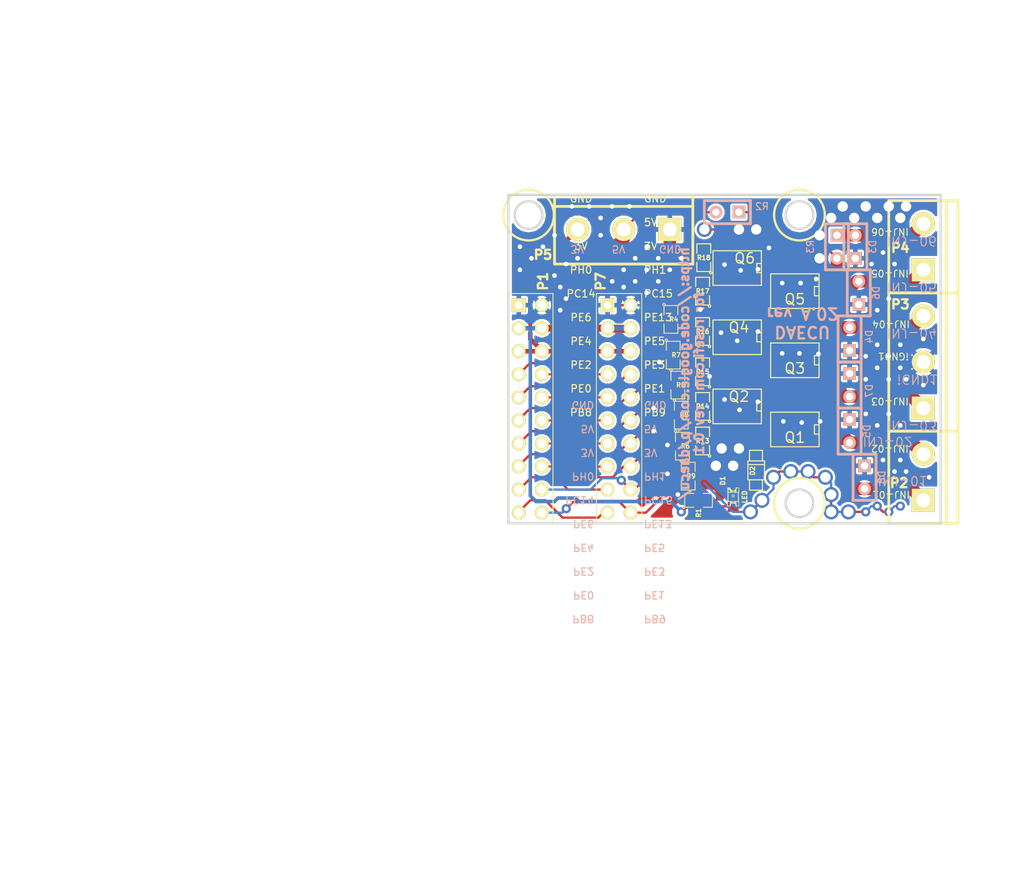
<source format=kicad_pcb>
(kicad_pcb (version 3) (host pcbnew "(2013-07-07 BZR 4022)-stable")
  (title_block (title "6 Channel Injector board") (rev "Spin A R0.2") (company http://code.google.com/p/daecu/))
  (layers (15 F.Cu signal) (0 B.Cu signal) (18 B.Paste user) (19 F.Paste user) (20 B.SilkS user hide) (21 F.SilkS user) (22 B.Mask user) (23 F.Mask user) (28 Edge.Cuts user))
  (net 0 "")
  (net 1 /3V)
  (net 2 /5V)
  (net 3 /INJ-01)
  (net 4 /INJ-01_5V)
  (net 5 /INJ-02)
  (net 6 /INJ-02_5V)
  (net 7 /INJ-03)
  (net 8 /INJ-03_5V)
  (net 9 /INJ-04)
  (net 10 /INJ-04_5V)
  (net 11 /INJ-05)
  (net 12 /INJ-05_5V)
  (net 13 /INJ-06)
  (net 14 /INJ-06_2)
  (net 15 /INJ-06_5V)
  (net 16 /PB8)
  (net 17 /PC14)
  (net 18 /PE0)
  (net 19 /PE2)
  (net 20 /PE4)
  (net 21 /PE6)
  (net 22 /PH0)
  (net 23 /PH1)
  (net 24 GND)
  (net 25 N-000001)
  (net 26 N-0000015)
  (net 27 N-0000016)
  (net 28 N-0000017)
  (net 29 N-0000018)
  (net 30 N-0000019)
  (net 31 N-0000022)
  (net 32 N-0000027)
  (module SO8E_ST (layer F.Cu) (at 201.8665 130.4925 180)
    (fp_text reference Q4 (at -0.1905 1.0795 180) (layer F.SilkS) (effects (font (size 1.143 1.143) (thickness 0.1524))))
    (fp_text value OVP_DRIVER hide)
    (pad 2 smd rect (at -1.905 -2.667 180) (size 0.508 1.143) (layers F.Cu F.Paste F.Mask) (net 9 /INJ-04))
    (pad 3 smd rect (at -1.905 2.667 180) (size 0.508 1.143) (layers F.Cu F.Paste F.Mask) (net 24 GND))
    (pad 2 smd rect (at -0.635 -2.667 180) (size 0.508 1.143) (layers F.Cu F.Paste F.Mask) (net 9 /INJ-04))
    (pad 2 smd rect (at 0.635 -2.667 180) (size 0.508 1.143) (layers F.Cu F.Paste F.Mask) (net 9 /INJ-04))
    (pad 2 smd rect (at 1.905 -2.667 180) (size 0.508 1.143) (layers F.Cu F.Paste F.Mask) (net 9 /INJ-04))
    (pad 3 smd rect (at -0.635 2.667 180) (size 0.508 1.143) (layers F.Cu F.Paste F.Mask) (net 24 GND))
    (pad 3 smd rect (at 0.635 2.667 180) (size 0.508 1.143) (layers F.Cu F.Paste F.Mask) (net 24 GND))
    (pad 1 smd rect (at 1.905 2.667 180) (size 0.508 1.143) (layers F.Cu F.Paste F.Mask) (net 30 N-0000019))
  )
  (module SO8E_ST (layer F.Cu) (at 208.2165 140.6525 180)
    (fp_text reference Q1 (at 0 -0.889 180) (layer F.SilkS) (effects (font (size 1.143 1.143) (thickness 0.1524))))
    (fp_text value OVP_DRIVER hide)
    (pad 2 smd rect (at -1.905 -2.667 180) (size 0.508 1.143) (layers F.Cu F.Paste F.Mask) (net 3 /INJ-01))
    (pad 3 smd rect (at -1.905 2.667 180) (size 0.508 1.143) (layers F.Cu F.Paste F.Mask) (net 24 GND))
    (pad 2 smd rect (at -0.635 -2.667 180) (size 0.508 1.143) (layers F.Cu F.Paste F.Mask) (net 3 /INJ-01))
    (pad 2 smd rect (at 0.635 -2.667 180) (size 0.508 1.143) (layers F.Cu F.Paste F.Mask) (net 3 /INJ-01))
    (pad 2 smd rect (at 1.905 -2.667 180) (size 0.508 1.143) (layers F.Cu F.Paste F.Mask) (net 3 /INJ-01))
    (pad 3 smd rect (at -0.635 2.667 180) (size 0.508 1.143) (layers F.Cu F.Paste F.Mask) (net 24 GND))
    (pad 3 smd rect (at 0.635 2.667 180) (size 0.508 1.143) (layers F.Cu F.Paste F.Mask) (net 24 GND))
    (pad 1 smd rect (at 1.905 2.667 180) (size 0.508 1.143) (layers F.Cu F.Paste F.Mask) (net 27 N-0000016))
  )
  (module SO8E_ST (layer F.Cu) (at 201.8665 138.1125 180)
    (fp_text reference Q2 (at -0.1905 1.0795 180) (layer F.SilkS) (effects (font (size 1.143 1.143) (thickness 0.1524))))
    (fp_text value OVP_DRIVER hide)
    (pad 2 smd rect (at -1.905 -2.667 180) (size 0.508 1.143) (layers F.Cu F.Paste F.Mask) (net 5 /INJ-02))
    (pad 3 smd rect (at -1.905 2.667 180) (size 0.508 1.143) (layers F.Cu F.Paste F.Mask) (net 24 GND))
    (pad 2 smd rect (at -0.635 -2.667 180) (size 0.508 1.143) (layers F.Cu F.Paste F.Mask) (net 5 /INJ-02))
    (pad 2 smd rect (at 0.635 -2.667 180) (size 0.508 1.143) (layers F.Cu F.Paste F.Mask) (net 5 /INJ-02))
    (pad 2 smd rect (at 1.905 -2.667 180) (size 0.508 1.143) (layers F.Cu F.Paste F.Mask) (net 5 /INJ-02))
    (pad 3 smd rect (at -0.635 2.667 180) (size 0.508 1.143) (layers F.Cu F.Paste F.Mask) (net 24 GND))
    (pad 3 smd rect (at 0.635 2.667 180) (size 0.508 1.143) (layers F.Cu F.Paste F.Mask) (net 24 GND))
    (pad 1 smd rect (at 1.905 2.667 180) (size 0.508 1.143) (layers F.Cu F.Paste F.Mask) (net 28 N-0000017))
  )
  (module SO8E_ST (layer F.Cu) (at 208.2165 133.0325 180)
    (fp_text reference Q3 (at 0 -0.889 180) (layer F.SilkS) (effects (font (size 1.143 1.143) (thickness 0.1524))))
    (fp_text value OVP_DRIVER hide)
    (pad 2 smd rect (at -1.905 -2.667 180) (size 0.508 1.143) (layers F.Cu F.Paste F.Mask) (net 7 /INJ-03))
    (pad 3 smd rect (at -1.905 2.667 180) (size 0.508 1.143) (layers F.Cu F.Paste F.Mask) (net 24 GND))
    (pad 2 smd rect (at -0.635 -2.667 180) (size 0.508 1.143) (layers F.Cu F.Paste F.Mask) (net 7 /INJ-03))
    (pad 2 smd rect (at 0.635 -2.667 180) (size 0.508 1.143) (layers F.Cu F.Paste F.Mask) (net 7 /INJ-03))
    (pad 2 smd rect (at 1.905 -2.667 180) (size 0.508 1.143) (layers F.Cu F.Paste F.Mask) (net 7 /INJ-03))
    (pad 3 smd rect (at -0.635 2.667 180) (size 0.508 1.143) (layers F.Cu F.Paste F.Mask) (net 24 GND))
    (pad 3 smd rect (at 0.635 2.667 180) (size 0.508 1.143) (layers F.Cu F.Paste F.Mask) (net 24 GND))
    (pad 1 smd rect (at 1.905 2.667 180) (size 0.508 1.143) (layers F.Cu F.Paste F.Mask) (net 29 N-0000018))
  )
  (module SO8E_ST (layer F.Cu) (at 201.8665 122.8725 180)
    (fp_text reference Q6 (at -0.8255 1.0795 180) (layer F.SilkS) (effects (font (size 1.143 1.143) (thickness 0.1524))))
    (fp_text value OVP_DRIVER hide)
    (pad 2 smd rect (at -1.905 -2.667 180) (size 0.508 1.143) (layers F.Cu F.Paste F.Mask) (net 13 /INJ-06))
    (pad 3 smd rect (at -1.905 2.667 180) (size 0.508 1.143) (layers F.Cu F.Paste F.Mask) (net 24 GND))
    (pad 2 smd rect (at -0.635 -2.667 180) (size 0.508 1.143) (layers F.Cu F.Paste F.Mask) (net 13 /INJ-06))
    (pad 2 smd rect (at 0.635 -2.667 180) (size 0.508 1.143) (layers F.Cu F.Paste F.Mask) (net 13 /INJ-06))
    (pad 2 smd rect (at 1.905 -2.667 180) (size 0.508 1.143) (layers F.Cu F.Paste F.Mask) (net 13 /INJ-06))
    (pad 3 smd rect (at -0.635 2.667 180) (size 0.508 1.143) (layers F.Cu F.Paste F.Mask) (net 24 GND))
    (pad 3 smd rect (at 0.635 2.667 180) (size 0.508 1.143) (layers F.Cu F.Paste F.Mask) (net 24 GND))
    (pad 1 smd rect (at 1.905 2.667 180) (size 0.508 1.143) (layers F.Cu F.Paste F.Mask) (net 31 N-0000022))
  )
  (module SO8E_ST (layer F.Cu) (at 208.2165 125.4125 180)
    (fp_text reference Q5 (at 0 -0.889 180) (layer F.SilkS) (effects (font (size 1.143 1.143) (thickness 0.1524))))
    (fp_text value OVP_DRIVER hide)
    (pad 2 smd rect (at -1.905 -2.667 180) (size 0.508 1.143) (layers F.Cu F.Paste F.Mask) (net 11 /INJ-05))
    (pad 3 smd rect (at -1.905 2.667 180) (size 0.508 1.143) (layers F.Cu F.Paste F.Mask) (net 24 GND))
    (pad 2 smd rect (at -0.635 -2.667 180) (size 0.508 1.143) (layers F.Cu F.Paste F.Mask) (net 11 /INJ-05))
    (pad 2 smd rect (at 0.635 -2.667 180) (size 0.508 1.143) (layers F.Cu F.Paste F.Mask) (net 11 /INJ-05))
    (pad 2 smd rect (at 1.905 -2.667 180) (size 0.508 1.143) (layers F.Cu F.Paste F.Mask) (net 11 /INJ-05))
    (pad 3 smd rect (at -0.635 2.667 180) (size 0.508 1.143) (layers F.Cu F.Paste F.Mask) (net 24 GND))
    (pad 3 smd rect (at 0.635 2.667 180) (size 0.508 1.143) (layers F.Cu F.Paste F.Mask) (net 24 GND))
    (pad 1 smd rect (at 1.905 2.667 180) (size 0.508 1.143) (layers F.Cu F.Paste F.Mask) (net 32 N-0000027))
  )
  (module SM0805 (layer F.Cu) (at 198.0565 141.9225 90)
    (fp_text reference R13 (at 0 0 180) (layer F.SilkS) (effects (font (size 0.508 0.508) (thickness 0.127))))
    (fp_text value 1K hide)
    (pad 1 smd rect (at -0.9525 0 90) (size 0.889 1.397) (layers F.Cu F.Paste F.Mask) (net 24 GND))
    (pad 2 smd rect (at 0.9525 0 90) (size 0.889 1.397) (layers F.Cu F.Paste F.Mask) (net 27 N-0000016))
  )
  (module SM0805 (layer F.Cu) (at 198.0565 138.1125 90)
    (fp_text reference R14 (at 0 0 180) (layer F.SilkS) (effects (font (size 0.508 0.508) (thickness 0.127))))
    (fp_text value 1K hide)
    (pad 1 smd rect (at -0.9525 0 90) (size 0.889 1.397) (layers F.Cu F.Paste F.Mask) (net 24 GND))
    (pad 2 smd rect (at 0.9525 0 90) (size 0.889 1.397) (layers F.Cu F.Paste F.Mask) (net 28 N-0000017))
  )
  (module SM0805 (layer F.Cu) (at 198.0565 129.8575 90)
    (fp_text reference R16 (at 0 0 180) (layer F.SilkS) (effects (font (size 0.508 0.508) (thickness 0.127))))
    (fp_text value 1K hide)
    (pad 1 smd rect (at -0.9525 0 90) (size 0.889 1.397) (layers F.Cu F.Paste F.Mask) (net 24 GND))
    (pad 2 smd rect (at 0.9525 0 90) (size 0.889 1.397) (layers F.Cu F.Paste F.Mask) (net 30 N-0000019))
  )
  (module SM0805 (layer F.Cu) (at 198.0565 134.3025 90)
    (fp_text reference R15 (at 0 0 180) (layer F.SilkS) (effects (font (size 0.508 0.508) (thickness 0.127))))
    (fp_text value 1K hide)
    (pad 1 smd rect (at -0.9525 0 90) (size 0.889 1.397) (layers F.Cu F.Paste F.Mask) (net 24 GND))
    (pad 2 smd rect (at 0.9525 0 90) (size 0.889 1.397) (layers F.Cu F.Paste F.Mask) (net 29 N-0000018))
  )
  (module SM0805 (layer F.Cu) (at 198.1835 121.7295 90)
    (fp_text reference R18 (at 0 0 180) (layer F.SilkS) (effects (font (size 0.508 0.508) (thickness 0.127))))
    (fp_text value 1K hide)
    (pad 1 smd rect (at -0.9525 0 90) (size 0.889 1.397) (layers F.Cu F.Paste F.Mask) (net 24 GND))
    (pad 2 smd rect (at 0.9525 0 90) (size 0.889 1.397) (layers F.Cu F.Paste F.Mask) (net 31 N-0000022))
  )
  (module SM0805 (layer F.Cu) (at 198.0565 125.4125 90)
    (fp_text reference R17 (at 0 0 180) (layer F.SilkS) (effects (font (size 0.508 0.508) (thickness 0.127))))
    (fp_text value 1K hide)
    (pad 1 smd rect (at -0.9525 0 90) (size 0.889 1.397) (layers F.Cu F.Paste F.Mask) (net 24 GND))
    (pad 2 smd rect (at 0.9525 0 90) (size 0.889 1.397) (layers F.Cu F.Paste F.Mask) (net 32 N-0000027))
  )
  (module pin_array_10x2 (layer F.Cu) (at 179.07 138.43 270)
    (fp_text reference P1 (at -14.097 -1.397 270) (layer F.SilkS) (effects (font (size 1.016 1.016) (thickness 0.254))))
    (fp_text value HEADER_10X2 hide)
    (pad 1 thru_hole rect (at -11.47064 1.27 270) (size 1.524 1.524) (drill 0.8128) (layers *.Cu *.Mask F.SilkS) (net 24 GND))
    (pad 2 thru_hole circle (at -11.47064 -1.27 270) (size 1.524 1.524) (drill 1.016) (layers *.Cu *.Mask F.SilkS) (net 24 GND))
    (pad 3 thru_hole circle (at -8.93064 1.27 270) (size 1.524 1.524) (drill 1.016) (layers *.Cu *.Mask F.SilkS) (net 2 /5V))
    (pad 4 thru_hole circle (at -8.93064 -1.27 270) (size 1.524 1.524) (drill 1.016) (layers *.Cu *.Mask F.SilkS) (net 2 /5V))
    (pad 5 thru_hole circle (at -6.39064 1.27 270) (size 1.524 1.524) (drill 1.016) (layers *.Cu *.Mask F.SilkS) (net 1 /3V))
    (pad 6 thru_hole circle (at -6.39064 -1.27 270) (size 1.524 1.524) (drill 1.016) (layers *.Cu *.Mask F.SilkS) (net 1 /3V))
    (pad 7 thru_hole circle (at -3.85064 1.27 270) (size 1.524 1.524) (drill 1.016) (layers *.Cu *.Mask F.SilkS) (net 22 /PH0))
    (pad 8 thru_hole circle (at -3.85064 -1.27 270) (size 1.524 1.524) (drill 1.016) (layers *.Cu *.Mask F.SilkS) (net 23 /PH1))
    (pad 9 thru_hole circle (at -1.31064 1.27 270) (size 1.524 1.524) (drill 1.016) (layers *.Cu *.Mask F.SilkS) (net 17 /PC14))
    (pad 10 thru_hole circle (at -1.31064 -1.27 270) (size 1.524 1.524) (drill 1.016) (layers *.Cu *.Mask F.SilkS) (net 15 /INJ-06_5V))
    (pad 11 thru_hole circle (at 1.22936 1.27 270) (size 1.524 1.524) (drill 1.016) (layers *.Cu *.Mask F.SilkS) (net 21 /PE6))
    (pad 12 thru_hole circle (at 1.22936 -1.27 270) (size 1.524 1.524) (drill 1.016) (layers *.Cu *.Mask F.SilkS) (net 12 /INJ-05_5V))
    (pad 13 thru_hole circle (at 3.76936 1.27 270) (size 1.524 1.524) (drill 1.016) (layers *.Cu *.Mask F.SilkS) (net 20 /PE4))
    (pad 14 thru_hole circle (at 3.76936 -1.27 270) (size 1.524 1.524) (drill 1.016) (layers *.Cu *.Mask F.SilkS) (net 10 /INJ-04_5V))
    (pad 15 thru_hole circle (at 6.30936 1.27 270) (size 1.524 1.524) (drill 1.016) (layers *.Cu *.Mask F.SilkS) (net 19 /PE2))
    (pad 16 thru_hole circle (at 6.30936 -1.27 270) (size 1.524 1.524) (drill 1.016) (layers *.Cu *.Mask F.SilkS) (net 8 /INJ-03_5V))
    (pad 17 thru_hole circle (at 8.84936 1.27 270) (size 1.524 1.524) (drill 1.016) (layers *.Cu *.Mask F.SilkS) (net 18 /PE0))
    (pad 18 thru_hole circle (at 8.84936 -1.27 270) (size 1.524 1.524) (drill 1.016) (layers *.Cu *.Mask F.SilkS) (net 6 /INJ-02_5V))
    (pad 19 thru_hole circle (at 11.38936 1.27 270) (size 1.524 1.524) (drill 1.016) (layers *.Cu *.Mask F.SilkS) (net 16 /PB8))
    (pad 20 thru_hole circle (at 11.38936 -1.27 270) (size 1.524 1.524) (drill 1.016) (layers *.Cu *.Mask F.SilkS) (net 4 /INJ-01_5V))
  )
  (module bornier3 (layer F.Cu) (at 222.377 133.223 90)
    (fp_text reference P3 (at 6.35 -2.54 180) (layer F.SilkS) (effects (font (size 1.016 1.016) (thickness 0.254))))
    (fp_text value CONN_3 hide)
    (pad 1 thru_hole rect (at -5.08 0 90) (size 2.54 2.54) (drill 1.524) (layers *.Cu *.Mask F.SilkS) (net 7 /INJ-03))
    (pad 2 thru_hole circle (at 0 0 90) (size 2.54 2.54) (drill 1.524) (layers *.Cu *.Mask F.SilkS) (net 24 GND))
    (pad 3 thru_hole circle (at 5.08 0 90) (size 2.54 2.54) (drill 1.524) (layers *.Cu *.Mask F.SilkS) (net 9 /INJ-04))
  )
  (module bornier2 (layer F.Cu) (at 222.377 145.923 90)
    (fp_text reference P2 (at -0.635 -2.667 180) (layer F.SilkS) (effects (font (size 1.016 1.016) (thickness 0.254))))
    (fp_text value CONN_2 hide)
    (pad 1 thru_hole rect (at -2.54 0 90) (size 2.54 2.54) (drill 1.524) (layers *.Cu *.Mask F.SilkS) (net 3 /INJ-01))
    (pad 2 thru_hole circle (at 2.54 0 90) (size 2.54 2.54) (drill 1.524) (layers *.Cu *.Mask F.SilkS) (net 5 /INJ-02))
  )
  (module bornier2 (layer F.Cu) (at 222.377 120.523 90)
    (fp_text reference P4 (at -0.127 -2.54 180) (layer F.SilkS) (effects (font (size 1.016 1.016) (thickness 0.254))))
    (fp_text value CONN_2 hide)
    (pad 1 thru_hole rect (at -2.54 0 90) (size 2.54 2.54) (drill 1.524) (layers *.Cu *.Mask F.SilkS) (net 11 /INJ-05))
    (pad 2 thru_hole circle (at 2.54 0 90) (size 2.54 2.54) (drill 1.524) (layers *.Cu *.Mask F.SilkS) (net 14 /INJ-06_2))
  )
  (module pin_array_10x2 (layer F.Cu) (at 188.849 138.43 270)
    (fp_text reference P7 (at -14.097 2.032 270) (layer F.SilkS) (effects (font (size 1.016 1.016) (thickness 0.254))))
    (fp_text value CONN_10X2 hide)
    (pad 1 thru_hole rect (at -11.47064 1.27 270) (size 1.524 1.524) (drill 0.8128) (layers *.Cu *.Mask F.SilkS) (net 24 GND))
    (pad 2 thru_hole circle (at -11.47064 -1.27 270) (size 1.524 1.524) (drill 1.016) (layers *.Cu *.Mask F.SilkS) (net 24 GND))
    (pad 3 thru_hole circle (at -8.93064 1.27 270) (size 1.524 1.524) (drill 1.016) (layers *.Cu *.Mask F.SilkS) (net 2 /5V))
    (pad 4 thru_hole circle (at -8.93064 -1.27 270) (size 1.524 1.524) (drill 1.016) (layers *.Cu *.Mask F.SilkS) (net 2 /5V))
    (pad 5 thru_hole circle (at -6.39064 1.27 270) (size 1.524 1.524) (drill 1.016) (layers *.Cu *.Mask F.SilkS) (net 1 /3V))
    (pad 6 thru_hole circle (at -6.39064 -1.27 270) (size 1.524 1.524) (drill 1.016) (layers *.Cu *.Mask F.SilkS) (net 1 /3V))
    (pad 7 thru_hole circle (at -3.85064 1.27 270) (size 1.524 1.524) (drill 1.016) (layers *.Cu *.Mask F.SilkS) (net 22 /PH0))
    (pad 8 thru_hole circle (at -3.85064 -1.27 270) (size 1.524 1.524) (drill 1.016) (layers *.Cu *.Mask F.SilkS) (net 23 /PH1))
    (pad 9 thru_hole circle (at -1.31064 1.27 270) (size 1.524 1.524) (drill 1.016) (layers *.Cu *.Mask F.SilkS) (net 17 /PC14))
    (pad 10 thru_hole circle (at -1.31064 -1.27 270) (size 1.524 1.524) (drill 1.016) (layers *.Cu *.Mask F.SilkS) (net 15 /INJ-06_5V))
    (pad 11 thru_hole circle (at 1.22936 1.27 270) (size 1.524 1.524) (drill 1.016) (layers *.Cu *.Mask F.SilkS) (net 21 /PE6))
    (pad 12 thru_hole circle (at 1.22936 -1.27 270) (size 1.524 1.524) (drill 1.016) (layers *.Cu *.Mask F.SilkS) (net 12 /INJ-05_5V))
    (pad 13 thru_hole circle (at 3.76936 1.27 270) (size 1.524 1.524) (drill 1.016) (layers *.Cu *.Mask F.SilkS) (net 20 /PE4))
    (pad 14 thru_hole circle (at 3.76936 -1.27 270) (size 1.524 1.524) (drill 1.016) (layers *.Cu *.Mask F.SilkS) (net 10 /INJ-04_5V))
    (pad 15 thru_hole circle (at 6.30936 1.27 270) (size 1.524 1.524) (drill 1.016) (layers *.Cu *.Mask F.SilkS) (net 19 /PE2))
    (pad 16 thru_hole circle (at 6.30936 -1.27 270) (size 1.524 1.524) (drill 1.016) (layers *.Cu *.Mask F.SilkS) (net 8 /INJ-03_5V))
    (pad 17 thru_hole circle (at 8.84936 1.27 270) (size 1.524 1.524) (drill 1.016) (layers *.Cu *.Mask F.SilkS) (net 18 /PE0))
    (pad 18 thru_hole circle (at 8.84936 -1.27 270) (size 1.524 1.524) (drill 1.016) (layers *.Cu *.Mask F.SilkS) (net 6 /INJ-02_5V))
    (pad 19 thru_hole circle (at 11.38936 1.27 270) (size 1.524 1.524) (drill 1.016) (layers *.Cu *.Mask F.SilkS) (net 16 /PB8))
    (pad 20 thru_hole circle (at 11.38936 -1.27 270) (size 1.524 1.524) (drill 1.016) (layers *.Cu *.Mask F.SilkS) (net 4 /INJ-01_5V))
  )
  (module bornier3 (layer F.Cu) (at 189.357 118.618 180)
    (fp_text reference P5 (at 8.89 -2.794 180) (layer F.SilkS) (effects (font (size 1.016 1.016) (thickness 0.254))))
    (fp_text value CONN_3 hide)
    (pad 1 thru_hole rect (at -5.08 0 180) (size 2.54 2.54) (drill 1.524) (layers *.Cu *.Mask F.SilkS) (net 24 GND))
    (pad 2 thru_hole circle (at 0 0 180) (size 2.54 2.54) (drill 1.524) (layers *.Cu *.Mask F.SilkS) (net 2 /5V))
    (pad 3 thru_hole circle (at 5.08 0 180) (size 2.54 2.54) (drill 1.524) (layers *.Cu *.Mask F.SilkS) (net 1 /3V))
  )
  (module SOD-123 (layer F.Cu) (at 203.962 145.161 90)
    (fp_text reference D2 (at -0.0508 -0.4064 90) (layer F.SilkS) (effects (font (size 0.508 0.508) (thickness 0.127))))
    (fp_text value DIODE hide)
    (pad 1 smd rect (at -1.6256 -0.0254 90) (size 0.9652 1.27) (layers F.Cu F.Paste F.Mask) (net 26 N-0000015))
    (pad 2 smd rect (at 1.651 -0.0254 90) (size 0.9652 1.27) (layers F.Cu F.Paste F.Mask) (net 3 /INJ-01))
  )
  (module SM0805 (layer F.Cu) (at 197.612 148.463)
    (fp_text reference R1 (at 0 1.397 90) (layer F.SilkS) (effects (font (size 0.508 0.508) (thickness 0.127))))
    (fp_text value 1K hide)
    (pad 1 smd rect (at -0.9525 0) (size 0.889 1.397) (layers F.Cu F.Paste F.Mask) (net 2 /5V))
    (pad 2 smd rect (at 0.9525 0) (size 0.889 1.397) (layers F.Cu F.Paste F.Mask) (net 25 N-000001))
  )
  (module LED-0805 (layer F.Cu) (at 201.422 148.082 90)
    (fp_text reference D1 (at 1.778 -1.143 90) (layer F.SilkS) (effects (font (size 0.508 0.508) (thickness 0.127))))
    (fp_text value LED (at 0 1.27 90) (layer F.SilkS) (effects (font (size 0.508 0.508) (thickness 0.127))))
    (pad 1 smd rect (at -1.04902 0 90) (size 1.19888 1.19888) (layers F.Cu F.Paste F.Mask) (net 25 N-000001))
    (pad 2 smd rect (at 1.04902 0 90) (size 1.19888 1.19888) (layers F.Cu F.Paste F.Mask) (net 26 N-0000015))
  )
  (module SIL-2 (layer B.Cu) (at 214.884 120.523 90)
    (fp_text reference D3 (at 0 1.905 90) (layer B.SilkS) (effects (font (size 0.762 0.762) (thickness 0.127)) (justify mirror)))
    (fp_text value DIODE hide)
    (pad 1 thru_hole rect (at -1.27 0 90) (size 1.397 1.397) (drill 0.8128) (layers *.Cu *.Mask B.SilkS) (net 24 GND))
    (pad 2 thru_hole circle (at 1.27 0 90) (size 1.397 1.397) (drill 0.8128) (layers *.Cu *.Mask B.SilkS) (net 14 /INJ-06_2))
  )
  (module SIL-2 (layer B.Cu) (at 215.265 125.603 90)
    (fp_text reference D6 (at 0 1.905 90) (layer B.SilkS) (effects (font (size 0.762 0.762) (thickness 0.127)) (justify mirror)))
    (fp_text value DIODE hide)
    (pad 1 thru_hole rect (at -1.27 0 90) (size 1.397 1.397) (drill 0.8128) (layers *.Cu *.Mask B.SilkS) (net 24 GND))
    (pad 2 thru_hole circle (at 1.27 0 90) (size 1.397 1.397) (drill 0.8128) (layers *.Cu *.Mask B.SilkS) (net 11 /INJ-05))
  )
  (module SIL-2 (layer B.Cu) (at 214.249 130.683 90)
    (fp_text reference D4 (at 0.254 2.159 90) (layer B.SilkS) (effects (font (size 0.762 0.762) (thickness 0.127)) (justify mirror)))
    (fp_text value DIODE hide)
    (pad 1 thru_hole rect (at -1.27 0 90) (size 1.397 1.397) (drill 0.8128) (layers *.Cu *.Mask B.SilkS) (net 24 GND))
    (pad 2 thru_hole circle (at 1.27 0 90) (size 1.397 1.397) (drill 0.8128) (layers *.Cu *.Mask B.SilkS) (net 9 /INJ-04))
  )
  (module SIL-2 (layer B.Cu) (at 214.249 135.763 270)
    (fp_text reference D7 (at 0.635 -2.159 270) (layer B.SilkS) (effects (font (size 0.762 0.762) (thickness 0.127)) (justify mirror)))
    (fp_text value DIODE hide)
    (pad 1 thru_hole rect (at -1.27 0 270) (size 1.397 1.397) (drill 0.8128) (layers *.Cu *.Mask B.SilkS) (net 24 GND))
    (pad 2 thru_hole circle (at 1.27 0 270) (size 1.397 1.397) (drill 0.8128) (layers *.Cu *.Mask B.SilkS) (net 7 /INJ-03))
  )
  (module SIL-2 (layer B.Cu) (at 214.249 140.843 270)
    (fp_text reference D5 (at 0 -1.905 270) (layer B.SilkS) (effects (font (size 0.762 0.762) (thickness 0.127)) (justify mirror)))
    (fp_text value DIODE hide)
    (pad 1 thru_hole rect (at -1.27 0 270) (size 1.397 1.397) (drill 0.8128) (layers *.Cu *.Mask B.SilkS) (net 24 GND))
    (pad 2 thru_hole circle (at 1.27 0 270) (size 1.397 1.397) (drill 0.8128) (layers *.Cu *.Mask B.SilkS) (net 5 /INJ-02))
  )
  (module SIL-2 (layer B.Cu) (at 215.9 145.923 270)
    (fp_text reference D8 (at 0 -1.905 270) (layer B.SilkS) (effects (font (size 0.762 0.762) (thickness 0.127)) (justify mirror)))
    (fp_text value DIODE hide)
    (pad 1 thru_hole rect (at -1.27 0 270) (size 1.397 1.397) (drill 0.8128) (layers *.Cu *.Mask B.SilkS) (net 24 GND))
    (pad 2 thru_hole circle (at 1.27 0 270) (size 1.397 1.397) (drill 0.8128) (layers *.Cu *.Mask B.SilkS) (net 3 /INJ-01))
  )
  (module SIL-2 (layer B.Cu) (at 200.787 116.713 180)
    (fp_text reference R2 (at -3.81 0.635 180) (layer B.SilkS) (effects (font (size 0.762 0.762) (thickness 0.127)) (justify mirror)))
    (fp_text value OPT hide)
    (pad 1 thru_hole rect (at -1.27 0 180) (size 1.397 1.397) (drill 0.8128) (layers *.Cu *.Mask B.SilkS) (net 13 /INJ-06))
    (pad 2 thru_hole circle (at 1.27 0 180) (size 1.397 1.397) (drill 0.8128) (layers *.Cu *.Mask B.SilkS) (net 2 /5V))
  )
  (module SIL-2 (layer B.Cu) (at 212.852 120.523 270)
    (fp_text reference R3 (at 0 2.921 270) (layer B.SilkS) (effects (font (size 0.762 0.762) (thickness 0.127)) (justify mirror)))
    (fp_text value 0R hide)
    (pad 1 thru_hole rect (at -1.27 0 270) (size 1.397 1.397) (drill 0.8128) (layers *.Cu *.Mask B.SilkS) (net 14 /INJ-06_2))
    (pad 2 thru_hole circle (at 1.27 0 270) (size 1.397 1.397) (drill 0.8128) (layers *.Cu *.Mask B.SilkS) (net 13 /INJ-06))
  )
  (module SM0805 (layer F.Cu) (at 194.564 128.524 270)
    (fp_text reference R4 (at 0 -0.3175 360) (layer F.SilkS) (effects (font (size 0.50038 0.50038) (thickness 0.10922))))
    (fp_text value 20R hide)
    (pad 1 smd rect (at -0.9525 0 270) (size 0.889 1.397) (layers F.Cu F.Paste F.Mask) (net 31 N-0000022))
    (pad 2 smd rect (at 0.9525 0 270) (size 0.889 1.397) (layers F.Cu F.Paste F.Mask) (net 15 /INJ-06_5V))
  )
  (module SM0805 (layer F.Cu) (at 194.818 132.461 270)
    (fp_text reference R7 (at 0 -0.3175 360) (layer F.SilkS) (effects (font (size 0.50038 0.50038) (thickness 0.10922))))
    (fp_text value 20R hide)
    (pad 1 smd rect (at -0.9525 0 270) (size 0.889 1.397) (layers F.Cu F.Paste F.Mask) (net 32 N-0000027))
    (pad 2 smd rect (at 0.9525 0 270) (size 0.889 1.397) (layers F.Cu F.Paste F.Mask) (net 12 /INJ-05_5V))
  )
  (module SM0805 (layer F.Cu) (at 195.326 135.763 270)
    (fp_text reference R5 (at 0 -0.3175 360) (layer F.SilkS) (effects (font (size 0.50038 0.50038) (thickness 0.10922))))
    (fp_text value 20R hide)
    (pad 1 smd rect (at -0.9525 0 270) (size 0.889 1.397) (layers F.Cu F.Paste F.Mask) (net 30 N-0000019))
    (pad 2 smd rect (at 0.9525 0 270) (size 0.889 1.397) (layers F.Cu F.Paste F.Mask) (net 10 /INJ-04_5V))
  )
  (module SM0805 (layer F.Cu) (at 195.707 139.065 270)
    (fp_text reference R8 (at 0 -0.3175 360) (layer F.SilkS) (effects (font (size 0.50038 0.50038) (thickness 0.10922))))
    (fp_text value 20R hide)
    (pad 1 smd rect (at -0.9525 0 270) (size 0.889 1.397) (layers F.Cu F.Paste F.Mask) (net 29 N-0000018))
    (pad 2 smd rect (at 0.9525 0 270) (size 0.889 1.397) (layers F.Cu F.Paste F.Mask) (net 8 /INJ-03_5V))
  )
  (module SM0805 (layer F.Cu) (at 195.834 142.494 270)
    (fp_text reference R6 (at 0 -0.3175 360) (layer F.SilkS) (effects (font (size 0.50038 0.50038) (thickness 0.10922))))
    (fp_text value 20R hide)
    (pad 1 smd rect (at -0.9525 0 270) (size 0.889 1.397) (layers F.Cu F.Paste F.Mask) (net 28 N-0000017))
    (pad 2 smd rect (at 0.9525 0 270) (size 0.889 1.397) (layers F.Cu F.Paste F.Mask) (net 6 /INJ-02_5V))
  )
  (module SM0805 (layer F.Cu) (at 196.469 145.796 270)
    (fp_text reference R9 (at 0 -0.3175 360) (layer F.SilkS) (effects (font (size 0.50038 0.50038) (thickness 0.10922))))
    (fp_text value 20R hide)
    (pad 1 smd rect (at -0.9525 0 270) (size 0.889 1.397) (layers F.Cu F.Paste F.Mask) (net 27 N-0000016))
    (pad 2 smd rect (at 0.9525 0 270) (size 0.889 1.397) (layers F.Cu F.Paste F.Mask) (net 4 /INJ-01_5V))
  )
  (gr_text "3V     5V      GND" (at 189.611 120.777 180) (layer B.SilkS) (effects (font (size 0.8128 0.8128) (thickness 0.127)) (justify mirror)))
  (gr_text "PB8\n\nPE0\n\nPE2\n\nPE4\n\nPE6\n\nPC14\n\nPH0\n\n3V\n\n5V\n\nGND" (at 186.182 149.733 180) (layer B.SilkS) (effects (font (size 0.8128 0.8128) (thickness 0.127)) (justify right mirror)))
  (gr_text "PB9\n\nPE1\n\nPE3\n\nPE5\n\nPE13\n\nPC15\n\nPH1\n\n3V\n\n5V\n\nGND" (at 191.516 149.733 180) (layer B.SilkS) (effects (font (size 0.8128 0.8128) (thickness 0.127)) (justify left mirror)))
  (gr_text "GND\n\n5V\n\n3V\n\nPH1\n\nPC15\n\nPE13\n\nPE5\n\nPE3\n\nPE1\n\nPB9" (at 191.516 127) (layer F.SilkS) (effects (font (size 0.8128 0.8128) (thickness 0.127)) (justify left)))
  (gr_text "GND\n\n5V\n\n3V\n\nPH0\n\nPC14\n\nPE6\n\nPE4\n\nPE2\n\nPE0\n\nPB8" (at 184.658 127) (layer F.SilkS) (effects (font (size 0.8128 0.8128) (thickness 0.127))))
  (gr_line (start 224.282 114.808) (end 176.657 114.808) (angle 90) (layer Edge.Cuts) (width 0.254))
  (gr_line (start 224.282 151.003) (end 176.657 151.003) (angle 90) (layer Edge.Cuts) (width 0.254))
  (gr_line (start 224.282 114.808) (end 224.282 151.003) (angle 90) (layer Edge.Cuts) (width 0.254))
  (gr_line (start 176.657 151.003) (end 176.657 114.808) (angle 90) (layer Edge.Cuts) (width 0.254))
  (gr_circle (center 208.7245 148.7805) (end 211.5185 148.7805) (layer F.SilkS) (width 0.254))
  (gr_circle (center 208.7245 117.0305) (end 211.5185 117.0305) (layer F.SilkS) (width 0.254))
  (gr_circle (center 178.8795 117.0305) (end 181.6735 117.0305) (layer F.SilkS) (width 0.254))
  (gr_circle (center 208.7245 148.7805) (end 210.2485 148.7805) (layer Edge.Cuts) (width 0.254))
  (gr_circle (center 208.7245 117.0305) (end 210.2485 117.0305) (layer Edge.Cuts) (width 0.254))
  (gr_text "DAECU\nrev A.02" (at 209.042 128.905 180) (layer B.SilkS) (effects (font (size 1.27 1.27) (thickness 0.254)) (justify mirror)))
  (gr_circle (center 178.8795 117.0305) (end 180.4035 117.0305) (layer Edge.Cuts) (width 0.254))
  (gr_text "https://code.google.com/p/daecu/\nfor rusefi.com  rev 0.1" (at 196.85 134.493 90) (layer B.SilkS) (effects (font (size 1.016 1.016) (thickness 0.254)) (justify mirror)))
  (gr_text INJ-01 (at 218.821 147.828 180) (layer F.SilkS) (effects (font (size 0.762 0.762) (thickness 0.1143))))
  (gr_text INJ-02 (at 218.694 142.748 180) (layer F.SilkS) (effects (font (size 0.762 0.762) (thickness 0.1143))))
  (gr_text INJ-03 (at 218.694 137.541 180) (layer F.SilkS) (effects (font (size 0.762 0.762) (thickness 0.1143))))
  (gr_text INJ-06 (at 218.694 118.872 180) (layer F.SilkS) (effects (font (size 0.762 0.762) (thickness 0.1143))))
  (gr_text INJ-05 (at 218.694 123.444 180) (layer F.SilkS) (effects (font (size 0.762 0.762) (thickness 0.1143))))
  (gr_text INJ-04 (at 218.821 129.032 180) (layer F.SilkS) (effects (font (size 0.762 0.762) (thickness 0.1143))))
  (gr_text iGND1 (at 219.075 132.588 180) (layer F.SilkS) (effects (font (size 0.762 0.762) (thickness 0.1143))))
  (gr_text INJ-04 (at 221.107 130.048 180) (layer B.SilkS) (effects (font (size 1.016 1.016) (thickness 0.1143)) (justify mirror)))
  (gr_text INJ-05 (at 221.107 124.968 180) (layer B.SilkS) (effects (font (size 1.016 1.016) (thickness 0.1143)) (justify mirror)))
  (gr_text INJ-06 (at 221.107 119.888 180) (layer B.SilkS) (effects (font (size 1.016 1.016) (thickness 0.1143)) (justify mirror)))
  (gr_text INJ-03 (at 221.107 140.208 180) (layer B.SilkS) (effects (font (size 1.016 1.016) (thickness 0.1143)) (justify mirror)))
  (gr_text iGND1 (at 221.742 135.128 180) (layer B.SilkS) (effects (font (size 1.016 1.016) (thickness 0.1143)) (justify mirror)))
  (gr_text INJ-02 (at 218.44 141.986 180) (layer B.SilkS) (effects (font (size 1.016 1.016) (thickness 0.1143)) (justify mirror)))
  (gr_text INJ-01 (at 220.091 146.304 180) (layer B.SilkS) (effects (font (size 1.016 1.016) (thickness 0.1143)) (justify mirror)))
  (segment (start 214.122 149.733) (end 216.027 149.733) (width 0.254) (layer F.Cu) (net 0))
  (via (at 219.837 149.098) (size 1.016) (layers F.Cu B.Cu) (net 0))
  (segment (start 219.202 149.098) (end 219.837 149.098) (width 0.254) (layer B.Cu) (net 0))
  (segment (start 218.567 149.733) (end 219.202 149.098) (width 0.254) (layer B.Cu) (net 0))
  (via (at 218.567 149.733) (size 1.016) (layers F.Cu B.Cu) (net 0))
  (segment (start 217.932 149.733) (end 218.567 149.733) (width 0.254) (layer F.Cu) (net 0))
  (segment (start 217.297 149.098) (end 217.932 149.733) (width 0.254) (layer F.Cu) (net 0))
  (via (at 217.297 149.098) (size 1.016) (layers F.Cu B.Cu) (net 0))
  (segment (start 216.662 149.098) (end 217.297 149.098) (width 0.254) (layer B.Cu) (net 0))
  (segment (start 216.027 149.733) (end 216.662 149.098) (width 0.254) (layer B.Cu) (net 0))
  (via (at 216.027 149.733) (size 1.016) (layers F.Cu B.Cu) (net 0))
  (via (at 214.122 149.733) (size 1.651) (drill 1.143) (layers F.Cu B.Cu) (net 0))
  (segment (start 212.217 149.733) (end 214.122 149.733) (width 0.254) (layer B.Cu) (net 0))
  (via (at 212.217 149.733) (size 1.651) (drill 1.143) (layers F.Cu B.Cu) (net 0))
  (segment (start 212.217 147.828) (end 212.217 149.733) (width 0.254) (layer F.Cu) (net 0))
  (via (at 212.217 147.828) (size 1.651) (drill 1.143) (layers F.Cu B.Cu) (net 0))
  (segment (start 212.217 146.558) (end 212.217 147.828) (width 0.254) (layer B.Cu) (net 0))
  (segment (start 211.582 145.923) (end 212.217 146.558) (width 0.254) (layer B.Cu) (net 0))
  (via (at 211.582 145.923) (size 1.651) (drill 1.143) (layers F.Cu B.Cu) (net 0))
  (segment (start 210.312 145.923) (end 211.582 145.923) (width 0.254) (layer F.Cu) (net 0))
  (segment (start 209.677 145.288) (end 210.312 145.923) (width 0.254) (layer F.Cu) (net 0))
  (via (at 209.677 145.288) (size 1.651) (drill 1.143) (layers F.Cu B.Cu) (net 0))
  (segment (start 207.772 145.288) (end 209.677 145.288) (width 0.254) (layer B.Cu) (net 0))
  (via (at 207.772 145.288) (size 1.651) (drill 1.143) (layers F.Cu B.Cu) (net 0))
  (segment (start 206.502 145.288) (end 207.772 145.288) (width 0.254) (layer F.Cu) (net 0))
  (segment (start 205.867 145.923) (end 206.502 145.288) (width 0.254) (layer F.Cu) (net 0))
  (via (at 205.867 145.923) (size 1.651) (drill 1.143) (layers F.Cu B.Cu) (net 0))
  (segment (start 205.867 147.193) (end 205.867 145.923) (width 0.254) (layer B.Cu) (net 0))
  (segment (start 204.597 148.463) (end 205.867 147.193) (width 0.254) (layer B.Cu) (net 0))
  (via (at 204.597 148.463) (size 1.651) (drill 1.143) (layers F.Cu B.Cu) (net 0))
  (segment (start 203.327 149.733) (end 204.597 148.463) (width 0.254) (layer F.Cu) (net 0))
  (via (at 203.327 149.733) (size 1.651) (drill 1.143) (layers F.Cu B.Cu) (net 0))
  (segment (start 201.422 149.733) (end 203.327 149.733) (width 0.254) (layer B.Cu) (net 0))
  (segment (start 198.247 146.558) (end 201.422 149.733) (width 0.254) (layer B.Cu) (net 0))
  (via (at 198.247 118.618) (size 1.651) (drill 1.143) (layers F.Cu B.Cu) (net 0))
  (segment (start 200.152 118.618) (end 198.247 118.618) (width 0.254) (layer F.Cu) (net 0))
  (segment (start 179.07 128.2446) (end 179.07 125.8062) (width 0.39116) (layer F.Cu) (net 1))
  (segment (start 178.9684 125.7046) (end 179.07 125.7046) (width 0.39116) (layer F.Cu) (net 1))
  (segment (start 179.07 125.8062) (end 178.9684 125.7046) (width 0.39116) (layer F.Cu) (net 1))
  (segment (start 179.07 129.9972) (end 179.07 128.9558) (width 0.39116) (layer F.Cu) (net 1))
  (segment (start 180.34 132.03936) (end 180.34 131.953) (width 0.508) (layer F.Cu) (net 1))
  (segment (start 179.07 123.825) (end 184.277 118.618) (width 0.508) (layer F.Cu) (net 1))
  (segment (start 179.07 130.683) (end 179.07 129.9972) (width 0.508) (layer F.Cu) (net 1))
  (segment (start 179.07 128.9558) (end 179.07 128.2446) (width 0.508) (layer F.Cu) (net 1))
  (segment (start 179.07 125.7046) (end 179.07 123.825) (width 0.508) (layer F.Cu) (net 1))
  (segment (start 180.34 131.953) (end 179.07 130.683) (width 0.508) (layer F.Cu) (net 1))
  (segment (start 177.8 132.03936) (end 180.34 132.03936) (width 0.508) (layer F.Cu) (net 1))
  (segment (start 180.34 132.03936) (end 187.579 132.03936) (width 0.508) (layer F.Cu) (net 1))
  (segment (start 187.579 132.03936) (end 190.119 132.03936) (width 0.508) (layer F.Cu) (net 1))
  (segment (start 179.07 129.49936) (end 179.07 147.955) (width 0.39116) (layer B.Cu) (net 2))
  (segment (start 196.6595 148.7805) (end 196.6595 148.463) (width 0.39116) (layer F.Cu) (net 2))
  (segment (start 195.707 149.733) (end 196.6595 148.7805) (width 0.39116) (layer F.Cu) (net 2))
  (via (at 195.707 149.733) (size 1.016) (layers F.Cu B.Cu) (net 2))
  (segment (start 194.564 148.59) (end 195.707 149.733) (width 0.39116) (layer B.Cu) (net 2))
  (segment (start 184.404 148.59) (end 194.564 148.59) (width 0.39116) (layer B.Cu) (net 2))
  (segment (start 184.023 148.209) (end 184.404 148.59) (width 0.39116) (layer B.Cu) (net 2))
  (segment (start 182.118 148.209) (end 184.023 148.209) (width 0.39116) (layer B.Cu) (net 2))
  (segment (start 181.737 148.59) (end 182.118 148.209) (width 0.39116) (layer B.Cu) (net 2))
  (segment (start 180.0098 148.59) (end 181.737 148.59) (width 0.39116) (layer B.Cu) (net 2))
  (segment (start 179.705 148.59) (end 180.0098 148.59) (width 0.39116) (layer B.Cu) (net 2))
  (segment (start 179.07 147.955) (end 179.705 148.59) (width 0.39116) (layer B.Cu) (net 2))
  (segment (start 189.357 118.618) (end 189.357 119.634) (width 1.38176) (layer F.Cu) (net 2))
  (segment (start 185.166 123.825) (end 185.166 129.49936) (width 1.38176) (layer F.Cu) (net 2))
  (segment (start 189.357 119.634) (end 185.166 123.825) (width 1.38176) (layer F.Cu) (net 2))
  (segment (start 199.517 116.713) (end 191.262 116.713) (width 0.254) (layer F.Cu) (net 2))
  (segment (start 191.262 116.713) (end 189.357 118.618) (width 0.254) (layer F.Cu) (net 2))
  (segment (start 180.34 129.49936) (end 179.07 129.49936) (width 0.508) (layer B.Cu) (net 2))
  (segment (start 179.07 129.49936) (end 179.197 129.49936) (width 0.508) (layer B.Cu) (net 2))
  (segment (start 179.197 129.49936) (end 177.8 129.49936) (width 0.508) (layer B.Cu) (net 2))
  (segment (start 180.34 129.49936) (end 185.166 129.49936) (width 0.762) (layer F.Cu) (net 2))
  (segment (start 185.166 129.49936) (end 189.23 129.49936) (width 0.762) (layer F.Cu) (net 2))
  (segment (start 188.087 129.62636) (end 189.484 129.62636) (width 0.762) (layer F.Cu) (net 2))
  (segment (start 190.119 129.49936) (end 187.579 129.49936) (width 0.508) (layer B.Cu) (net 2))
  (segment (start 189.484 129.62636) (end 187.579 129.49936) (width 0.762) (layer F.Cu) (net 2))
  (segment (start 210.1215 143.3195) (end 212.1535 143.3195) (width 1.38176) (layer F.Cu) (net 3))
  (segment (start 215.138 147.193) (end 215.9 147.193) (width 1.38176) (layer F.Cu) (net 3))
  (segment (start 213.868 145.923) (end 215.138 147.193) (width 1.38176) (layer F.Cu) (net 3))
  (segment (start 213.868 145.034) (end 213.868 145.923) (width 1.38176) (layer F.Cu) (net 3))
  (segment (start 212.1535 143.3195) (end 213.868 145.034) (width 1.38176) (layer F.Cu) (net 3))
  (segment (start 206.3115 143.3195) (end 204.1271 143.3195) (width 1.38176) (layer F.Cu) (net 3))
  (segment (start 204.1271 143.3195) (end 203.9366 143.51) (width 1.38176) (layer F.Cu) (net 3))
  (segment (start 215.9 147.193) (end 221.107 147.193) (width 1.38176) (layer F.Cu) (net 3))
  (segment (start 221.107 147.193) (end 222.377 148.463) (width 1.38176) (layer F.Cu) (net 3))
  (segment (start 208.8515 143.3195) (end 210.1215 143.3195) (width 1.38176) (layer F.Cu) (net 3))
  (segment (start 206.3115 143.3195) (end 207.5815 143.3195) (width 1.38176) (layer F.Cu) (net 3))
  (segment (start 207.5815 143.3195) (end 208.8515 143.3195) (width 1.38176) (layer F.Cu) (net 3))
  (segment (start 190.119 149.81936) (end 190.07836 149.81936) (width 0.254) (layer F.Cu) (net 4))
  (segment (start 182.59044 149.81936) (end 180.34 149.81936) (width 0.254) (layer B.Cu) (net 4))
  (segment (start 183.0324 149.3774) (end 182.59044 149.81936) (width 0.254) (layer B.Cu) (net 4))
  (via (at 183.0324 149.3774) (size 1.016) (layers F.Cu B.Cu) (net 4))
  (segment (start 183.7436 148.6662) (end 183.0324 149.3774) (width 0.254) (layer F.Cu) (net 4))
  (segment (start 188.9252 148.6662) (end 183.7436 148.6662) (width 0.254) (layer F.Cu) (net 4))
  (segment (start 190.07836 149.81936) (end 188.9252 148.6662) (width 0.254) (layer F.Cu) (net 4))
  (segment (start 190.119 149.81936) (end 191.81064 149.81936) (width 0.254) (layer F.Cu) (net 4))
  (segment (start 194.8815 146.7485) (end 196.469 146.7485) (width 0.254) (layer F.Cu) (net 4))
  (segment (start 191.81064 149.81936) (end 194.8815 146.7485) (width 0.254) (layer F.Cu) (net 4))
  (segment (start 203.7715 140.7795) (end 204.581762 140.7795) (width 1.38176) (layer F.Cu) (net 5))
  (segment (start 213.819738 141.683738) (end 214.249 142.113) (width 1.38176) (layer F.Cu) (net 5))
  (segment (start 205.486 141.683738) (end 213.819738 141.683738) (width 1.38176) (layer F.Cu) (net 5))
  (segment (start 204.581762 140.7795) (end 205.486 141.683738) (width 1.38176) (layer F.Cu) (net 5))
  (segment (start 214.249 142.113) (end 221.107 142.113) (width 1.38176) (layer F.Cu) (net 5))
  (segment (start 221.107 142.113) (end 222.377 143.383) (width 1.38176) (layer F.Cu) (net 5))
  (segment (start 202.5015 140.7795) (end 203.7715 140.7795) (width 1.38176) (layer F.Cu) (net 5))
  (segment (start 201.2315 140.7795) (end 202.5015 140.7795) (width 1.38176) (layer F.Cu) (net 5))
  (segment (start 199.9615 140.7795) (end 201.2315 140.7795) (width 1.38176) (layer F.Cu) (net 5))
  (segment (start 190.119 147.27936) (end 190.119 147.2692) (width 0.254) (layer F.Cu) (net 6))
  (segment (start 185.71464 147.27936) (end 180.34 147.27936) (width 0.254) (layer B.Cu) (net 6))
  (segment (start 186.9694 146.0246) (end 185.71464 147.27936) (width 0.254) (layer B.Cu) (net 6))
  (segment (start 188.8744 146.0246) (end 186.9694 146.0246) (width 0.254) (layer B.Cu) (net 6))
  (segment (start 189.103 146.2532) (end 188.8744 146.0246) (width 0.254) (layer B.Cu) (net 6))
  (via (at 189.103 146.2532) (size 1.016) (layers F.Cu B.Cu) (net 6))
  (segment (start 190.119 147.2692) (end 189.103 146.2532) (width 0.254) (layer F.Cu) (net 6))
  (segment (start 190.119 147.27936) (end 190.54064 147.27936) (width 0.254) (layer F.Cu) (net 6))
  (segment (start 194.3735 143.4465) (end 195.834 143.4465) (width 0.254) (layer F.Cu) (net 6))
  (segment (start 190.54064 147.27936) (end 194.3735 143.4465) (width 0.254) (layer F.Cu) (net 6))
  (segment (start 210.1215 135.6995) (end 212.4075 135.6995) (width 1.38176) (layer F.Cu) (net 7))
  (segment (start 213.741 137.033) (end 214.249 137.033) (width 1.38176) (layer F.Cu) (net 7))
  (segment (start 212.4075 135.6995) (end 213.741 137.033) (width 1.38176) (layer F.Cu) (net 7))
  (segment (start 214.249 137.033) (end 221.107 137.033) (width 1.38176) (layer F.Cu) (net 7))
  (segment (start 221.107 137.033) (end 222.377 138.303) (width 1.38176) (layer F.Cu) (net 7))
  (segment (start 208.8515 135.6995) (end 210.1215 135.6995) (width 1.38176) (layer F.Cu) (net 7))
  (segment (start 206.3115 135.6995) (end 207.5815 135.6995) (width 1.38176) (layer F.Cu) (net 7))
  (segment (start 207.5815 135.6995) (end 208.8515 135.6995) (width 1.38176) (layer F.Cu) (net 7))
  (segment (start 190.119 144.73936) (end 190.119 144.6911) (width 0.254) (layer F.Cu) (net 8))
  (segment (start 194.7926 140.0175) (end 195.707 140.0175) (width 0.254) (layer F.Cu) (net 8))
  (segment (start 190.119 144.6911) (end 194.7926 140.0175) (width 0.254) (layer F.Cu) (net 8))
  (segment (start 190.119 144.73936) (end 189.34684 144.73936) (width 0.254) (layer F.Cu) (net 8))
  (segment (start 189.34684 144.73936) (end 188.1632 145.923) (width 0.254) (layer F.Cu) (net 8))
  (segment (start 183.261 145.923) (end 188.1632 145.923) (width 0.254) (layer F.Cu) (net 8))
  (segment (start 180.34 144.73936) (end 182.07736 144.73936) (width 0.254) (layer F.Cu) (net 8))
  (segment (start 182.07736 144.73936) (end 183.261 145.923) (width 0.254) (layer F.Cu) (net 8))
  (segment (start 204.08646 133.1595) (end 205.1685 133.1595) (width 1.38176) (layer F.Cu) (net 9))
  (segment (start 213.741 129.413) (end 214.249 129.413) (width 1.38176) (layer F.Cu) (net 9))
  (segment (start 212.471 130.683) (end 213.741 129.413) (width 1.38176) (layer F.Cu) (net 9))
  (segment (start 212.471 133.174738) (end 212.471 130.683) (width 1.38176) (layer F.Cu) (net 9))
  (segment (start 211.582 134.063738) (end 212.471 133.174738) (width 1.38176) (layer F.Cu) (net 9))
  (segment (start 206.072738 134.063738) (end 211.582 134.063738) (width 1.38176) (layer F.Cu) (net 9))
  (segment (start 205.1685 133.1595) (end 206.072738 134.063738) (width 1.38176) (layer F.Cu) (net 9))
  (segment (start 214.249 129.413) (end 221.107 129.413) (width 1.38176) (layer F.Cu) (net 9))
  (segment (start 221.107 129.413) (end 222.377 128.143) (width 1.38176) (layer F.Cu) (net 9))
  (segment (start 202.5015 133.1595) (end 204.08646 133.1595) (width 1.38176) (layer F.Cu) (net 9))
  (segment (start 199.9615 133.1595) (end 201.2315 133.1595) (width 1.38176) (layer F.Cu) (net 9))
  (segment (start 204.08646 133.1595) (end 203.7715 133.1595) (width 1.38176) (layer F.Cu) (net 9))
  (segment (start 201.2315 133.1595) (end 202.5015 133.1595) (width 1.38176) (layer F.Cu) (net 9))
  (segment (start 195.326 136.7155) (end 195.326 136.779) (width 0.254) (layer F.Cu) (net 10))
  (segment (start 190.03264 142.19936) (end 190.119 142.19936) (width 0.254) (layer F.Cu) (net 10))
  (segment (start 194.183 138.049) (end 190.03264 142.19936) (width 0.254) (layer F.Cu) (net 10))
  (segment (start 194.183 137.922) (end 194.183 138.049) (width 0.254) (layer F.Cu) (net 10))
  (segment (start 195.326 136.779) (end 194.183 137.922) (width 0.254) (layer F.Cu) (net 10))
  (segment (start 190.119 142.19936) (end 189.77864 142.19936) (width 0.254) (layer F.Cu) (net 10))
  (segment (start 189.77864 142.19936) (end 188.595 143.383) (width 0.254) (layer F.Cu) (net 10))
  (segment (start 180.34 142.19936) (end 182.20436 142.19936) (width 0.254) (layer F.Cu) (net 10))
  (segment (start 183.388 143.383) (end 188.595 143.383) (width 0.254) (layer F.Cu) (net 10))
  (segment (start 182.20436 142.19936) (end 183.388 143.383) (width 0.254) (layer F.Cu) (net 10))
  (segment (start 215.265 124.333) (end 215.021632 124.333) (width 1.38176) (layer F.Cu) (net 11))
  (segment (start 211.275132 128.0795) (end 210.1215 128.0795) (width 1.38176) (layer F.Cu) (net 11))
  (segment (start 215.021632 124.333) (end 211.275132 128.0795) (width 1.38176) (layer F.Cu) (net 11))
  (segment (start 215.265 124.333) (end 221.107 124.333) (width 1.38176) (layer F.Cu) (net 11))
  (segment (start 221.107 124.333) (end 222.377 123.063) (width 1.38176) (layer F.Cu) (net 11))
  (segment (start 207.5815 128.0795) (end 208.8515 128.0795) (width 1.38176) (layer F.Cu) (net 11))
  (segment (start 208.8515 128.0795) (end 210.1215 128.0795) (width 1.38176) (layer F.Cu) (net 11))
  (segment (start 206.3115 128.0795) (end 207.5815 128.0795) (width 1.38176) (layer F.Cu) (net 11))
  (segment (start 194.818 133.4135) (end 194.818 133.604) (width 0.254) (layer F.Cu) (net 12))
  (segment (start 190.03264 139.65936) (end 190.119 139.65936) (width 0.254) (layer F.Cu) (net 12))
  (segment (start 193.675 136.017) (end 190.03264 139.65936) (width 0.254) (layer F.Cu) (net 12))
  (segment (start 193.675 134.747) (end 193.675 136.017) (width 0.254) (layer F.Cu) (net 12))
  (segment (start 194.818 133.604) (end 193.675 134.747) (width 0.254) (layer F.Cu) (net 12))
  (segment (start 190.119 139.65936) (end 189.65164 139.65936) (width 0.254) (layer F.Cu) (net 12))
  (segment (start 189.65164 139.65936) (end 188.468 140.843) (width 0.254) (layer F.Cu) (net 12))
  (segment (start 180.34 139.65936) (end 182.33136 139.65936) (width 0.254) (layer F.Cu) (net 12))
  (segment (start 183.515 140.843) (end 188.468 140.843) (width 0.254) (layer F.Cu) (net 12))
  (segment (start 182.33136 139.65936) (end 183.515 140.843) (width 0.254) (layer F.Cu) (net 12))
  (segment (start 203.7715 125.5395) (end 205.0415 125.5395) (width 1.38176) (layer F.Cu) (net 13))
  (segment (start 212.852 124.189316) (end 212.852 121.793) (width 1.38176) (layer F.Cu) (net 13))
  (segment (start 210.597578 126.443738) (end 212.852 124.189316) (width 1.38176) (layer F.Cu) (net 13))
  (segment (start 205.945738 126.443738) (end 210.597578 126.443738) (width 1.38176) (layer F.Cu) (net 13))
  (segment (start 205.0415 125.5395) (end 205.945738 126.443738) (width 1.38176) (layer F.Cu) (net 13))
  (segment (start 212.852 121.793) (end 211.582 120.523) (width 0.254) (layer F.Cu) (net 13))
  (segment (start 211.582 120.523) (end 207.772 120.523) (width 0.254) (layer F.Cu) (net 13))
  (segment (start 207.772 120.523) (end 203.962 116.713) (width 0.254) (layer F.Cu) (net 13))
  (segment (start 203.962 116.713) (end 202.057 116.713) (width 0.254) (layer F.Cu) (net 13))
  (segment (start 202.5015 125.5395) (end 203.7715 125.5395) (width 1.38176) (layer F.Cu) (net 13))
  (segment (start 201.2315 125.5395) (end 202.5015 125.5395) (width 1.38176) (layer F.Cu) (net 13))
  (segment (start 199.9615 125.5395) (end 201.2315 125.5395) (width 1.38176) (layer F.Cu) (net 13))
  (segment (start 214.884 119.253) (end 221.107 119.253) (width 1.38176) (layer F.Cu) (net 14))
  (segment (start 221.107 119.253) (end 222.377 117.983) (width 1.38176) (layer F.Cu) (net 14))
  (segment (start 212.852 119.253) (end 214.884 119.253) (width 1.38176) (layer F.Cu) (net 14))
  (segment (start 194.564 129.4765) (end 194.5005 129.4765) (width 0.254) (layer F.Cu) (net 15))
  (segment (start 191.643 135.59536) (end 190.119 137.11936) (width 0.254) (layer F.Cu) (net 15))
  (segment (start 191.643 132.334) (end 191.643 135.59536) (width 0.254) (layer F.Cu) (net 15))
  (segment (start 194.5005 129.4765) (end 191.643 132.334) (width 0.254) (layer F.Cu) (net 15))
  (segment (start 190.119 137.11936) (end 189.65164 137.11936) (width 0.254) (layer F.Cu) (net 15))
  (segment (start 189.65164 137.11936) (end 188.468 138.303) (width 0.254) (layer F.Cu) (net 15))
  (segment (start 183.769 138.303) (end 188.468 138.303) (width 0.254) (layer F.Cu) (net 15))
  (segment (start 180.34 137.11936) (end 182.58536 137.11936) (width 0.254) (layer F.Cu) (net 15))
  (segment (start 182.58536 137.11936) (end 183.769 138.303) (width 0.254) (layer F.Cu) (net 15))
  (segment (start 187.579 149.81936) (end 187.11164 149.81936) (width 0.254) (layer F.Cu) (net 16))
  (segment (start 187.11164 149.81936) (end 186.563 150.368) (width 0.254) (layer F.Cu) (net 16))
  (segment (start 177.8 149.81936) (end 177.8 149.733) (width 0.254) (layer F.Cu) (net 16))
  (segment (start 182.626 150.368) (end 186.563 150.368) (width 0.254) (layer F.Cu) (net 16))
  (segment (start 177.8 149.733) (end 179.07 148.463) (width 0.254) (layer F.Cu) (net 16))
  (segment (start 179.07 148.463) (end 180.721 148.463) (width 0.254) (layer F.Cu) (net 16))
  (segment (start 180.721 148.463) (end 182.626 150.368) (width 0.254) (layer F.Cu) (net 16))
  (segment (start 177.8 137.11936) (end 177.84064 137.11936) (width 0.254) (layer F.Cu) (net 17))
  (segment (start 182.88 135.89) (end 184.10936 137.11936) (width 0.254) (layer F.Cu) (net 17))
  (segment (start 179.07 135.89) (end 182.88 135.89) (width 0.254) (layer F.Cu) (net 17))
  (segment (start 177.84064 137.11936) (end 179.07 135.89) (width 0.254) (layer F.Cu) (net 17))
  (segment (start 184.10936 137.11936) (end 187.579 137.11936) (width 0.254) (layer F.Cu) (net 17))
  (segment (start 183.22036 147.27936) (end 187.579 147.27936) (width 0.254) (layer F.Cu) (net 18))
  (segment (start 177.8 147.27936) (end 177.84064 147.27936) (width 0.254) (layer F.Cu) (net 18))
  (segment (start 181.864 145.923) (end 183.22036 147.27936) (width 0.254) (layer F.Cu) (net 18))
  (segment (start 179.197 145.923) (end 181.864 145.923) (width 0.254) (layer F.Cu) (net 18))
  (segment (start 177.84064 147.27936) (end 179.197 145.923) (width 0.254) (layer F.Cu) (net 18))
  (segment (start 183.60136 144.73936) (end 187.579 144.73936) (width 0.254) (layer F.Cu) (net 19))
  (segment (start 177.8 144.73936) (end 177.8 144.653) (width 0.254) (layer F.Cu) (net 19))
  (segment (start 182.245 143.383) (end 183.60136 144.73936) (width 0.254) (layer F.Cu) (net 19))
  (segment (start 179.07 143.383) (end 182.245 143.383) (width 0.254) (layer F.Cu) (net 19))
  (segment (start 177.8 144.653) (end 179.07 143.383) (width 0.254) (layer F.Cu) (net 19))
  (segment (start 177.8 142.19936) (end 177.84064 142.19936) (width 0.254) (layer F.Cu) (net 20))
  (segment (start 182.372 140.843) (end 183.72836 142.19936) (width 0.254) (layer F.Cu) (net 20))
  (segment (start 179.197 140.843) (end 182.372 140.843) (width 0.254) (layer F.Cu) (net 20))
  (segment (start 177.84064 142.19936) (end 179.197 140.843) (width 0.254) (layer F.Cu) (net 20))
  (segment (start 183.72836 142.19936) (end 187.579 142.19936) (width 0.254) (layer F.Cu) (net 20))
  (segment (start 183.85536 139.65936) (end 187.579 139.65936) (width 0.254) (layer F.Cu) (net 21))
  (segment (start 177.8 139.65936) (end 177.8 139.573) (width 0.254) (layer F.Cu) (net 21))
  (segment (start 182.499 138.303) (end 183.85536 139.65936) (width 0.254) (layer F.Cu) (net 21))
  (segment (start 179.07 138.303) (end 182.499 138.303) (width 0.254) (layer F.Cu) (net 21))
  (segment (start 177.8 139.573) (end 179.07 138.303) (width 0.254) (layer F.Cu) (net 21))
  (segment (start 187.579 134.57936) (end 184.99836 134.57936) (width 0.254) (layer F.Cu) (net 22))
  (segment (start 179.02936 133.35) (end 177.8 134.57936) (width 0.254) (layer F.Cu) (net 22))
  (segment (start 183.769 133.35) (end 179.02936 133.35) (width 0.254) (layer F.Cu) (net 22))
  (segment (start 184.99836 134.57936) (end 183.769 133.35) (width 0.254) (layer F.Cu) (net 22))
  (segment (start 190.119 134.57936) (end 189.77864 134.57936) (width 0.254) (layer F.Cu) (net 23))
  (segment (start 189.77864 134.57936) (end 188.595 135.763) (width 0.254) (layer F.Cu) (net 23))
  (segment (start 184.404 135.763) (end 188.595 135.763) (width 0.254) (layer F.Cu) (net 23))
  (segment (start 180.34 134.57936) (end 183.22036 134.57936) (width 0.254) (layer F.Cu) (net 23))
  (segment (start 183.22036 134.57936) (end 184.404 135.763) (width 0.254) (layer F.Cu) (net 23))
  (segment (start 207.5815 122.7455) (end 207.5815 121.9835) (width 0.762) (layer F.Cu) (net 24))
  (segment (start 207.5815 121.9835) (end 207.391 121.793) (width 0.762) (layer F.Cu) (net 24))
  (segment (start 210.947 121.793) (end 210.947 122.428) (width 1.38176) (layer F.Cu) (net 24))
  (via (at 208.8515 124.5235) (size 1.651) (layers F.Cu B.Cu) (net 24))
  (segment (start 208.8515 124.5235) (end 208.8515 122.7455) (width 1.38176) (layer F.Cu) (net 24))
  (segment (start 210.947 122.428) (end 208.8515 124.5235) (width 1.38176) (layer F.Cu) (net 24))
  (segment (start 204.1525 122.9995) (end 204.1525 121.8565) (width 1.38176) (layer B.Cu) (net 24))
  (via (at 204.1525 122.9995) (size 1.651) (layers F.Cu B.Cu) (net 24))
  (segment (start 203.7715 122.6185) (end 204.1525 122.9995) (width 1.38176) (layer F.Cu) (net 24))
  (segment (start 203.7715 120.2055) (end 203.7715 122.6185) (width 1.38176) (layer F.Cu) (net 24))
  (via (at 205.359 120.65) (size 1.016) (layers F.Cu B.Cu) (net 24))
  (segment (start 204.1525 121.8565) (end 205.359 120.65) (width 1.38176) (layer B.Cu) (net 24))
  (segment (start 210.947 121.793) (end 210.947 122.174) (width 1.38176) (layer B.Cu) (net 24))
  (segment (start 210.947 122.174) (end 209.804 123.317) (width 1.38176) (layer B.Cu) (net 24))
  (segment (start 210.947 121.793) (end 210.947 123.698) (width 1.38176) (layer F.Cu) (net 24))
  (via (at 210.566 124.079) (size 1.016) (layers F.Cu B.Cu) (net 24))
  (segment (start 210.947 123.698) (end 210.566 124.079) (width 1.38176) (layer F.Cu) (net 24))
  (segment (start 210.693 129.921) (end 210.693 132.207) (width 1.38176) (layer F.Cu) (net 24))
  (segment (start 210.1215 131.6355) (end 210.82 132.334) (width 1.38176) (layer F.Cu) (net 24))
  (via (at 210.82 132.334) (size 1.016) (layers F.Cu B.Cu) (net 24))
  (segment (start 210.1215 130.3655) (end 210.1215 131.6355) (width 1.38176) (layer F.Cu) (net 24))
  (segment (start 210.2485 130.3655) (end 210.693 129.921) (width 1.38176) (layer F.Cu) (net 24))
  (segment (start 210.1215 130.3655) (end 210.2485 130.3655) (width 1.38176) (layer F.Cu) (net 24))
  (segment (start 210.693 132.207) (end 210.82 132.334) (width 1.38176) (layer F.Cu) (net 24))
  (via (at 192.659 140.843) (size 1.016) (layers F.Cu B.Cu) (net 24))
  (segment (start 194.056 139.573) (end 193.929 139.573) (width 0.254) (layer B.Cu) (net 24))
  (segment (start 193.929 139.573) (end 192.659 140.843) (width 0.254) (layer B.Cu) (net 24))
  (segment (start 182.372 124.968) (end 182.372 124.333) (width 0.254) (layer F.Cu) (net 24))
  (via (at 177.927 123.063) (size 1.016) (layers F.Cu B.Cu) (net 24))
  (segment (start 177.927 120.523) (end 177.927 123.063) (width 0.254) (layer B.Cu) (net 24))
  (via (at 177.927 120.523) (size 1.016) (layers F.Cu B.Cu) (net 24))
  (segment (start 179.197 121.793) (end 177.927 120.523) (width 0.254) (layer F.Cu) (net 24))
  (via (at 179.197 121.793) (size 1.016) (layers F.Cu B.Cu) (net 24))
  (segment (start 180.467 120.523) (end 179.197 121.793) (width 0.254) (layer B.Cu) (net 24))
  (via (at 180.467 120.523) (size 1.016) (layers F.Cu B.Cu) (net 24))
  (segment (start 181.737 119.253) (end 180.467 120.523) (width 0.254) (layer F.Cu) (net 24))
  (via (at 181.737 119.253) (size 1.016) (layers F.Cu B.Cu) (net 24))
  (segment (start 181.737 117.983) (end 181.737 119.253) (width 0.254) (layer B.Cu) (net 24))
  (segment (start 183.642 116.078) (end 181.737 117.983) (width 0.254) (layer B.Cu) (net 24))
  (via (at 183.642 116.078) (size 1.016) (layers F.Cu B.Cu) (net 24))
  (segment (start 185.547 116.078) (end 183.642 116.078) (width 0.254) (layer F.Cu) (net 24))
  (via (at 185.547 116.078) (size 1.016) (layers F.Cu B.Cu) (net 24))
  (segment (start 189.992 116.078) (end 185.547 116.078) (width 0.254) (layer B.Cu) (net 24))
  (via (at 189.992 116.078) (size 1.016) (layers F.Cu B.Cu) (net 24))
  (segment (start 188.087 116.078) (end 189.992 116.078) (width 0.254) (layer F.Cu) (net 24))
  (via (at 188.087 116.078) (size 1.016) (layers F.Cu B.Cu) (net 24))
  (segment (start 186.817 117.348) (end 188.087 116.078) (width 0.254) (layer B.Cu) (net 24))
  (via (at 186.817 117.348) (size 1.016) (layers F.Cu B.Cu) (net 24))
  (segment (start 186.817 119.253) (end 186.817 117.348) (width 0.254) (layer F.Cu) (net 24))
  (via (at 186.817 119.253) (size 1.016) (layers F.Cu B.Cu) (net 24))
  (segment (start 184.277 121.793) (end 186.817 119.253) (width 0.254) (layer B.Cu) (net 24))
  (via (at 184.277 121.793) (size 1.016) (layers F.Cu B.Cu) (net 24))
  (segment (start 183.642 121.793) (end 184.277 121.793) (width 0.254) (layer F.Cu) (net 24))
  (segment (start 183.007 122.428) (end 183.642 121.793) (width 0.254) (layer F.Cu) (net 24))
  (via (at 183.007 122.428) (size 1.016) (layers F.Cu B.Cu) (net 24))
  (segment (start 181.737 123.698) (end 183.007 122.428) (width 0.254) (layer B.Cu) (net 24))
  (via (at 181.737 123.698) (size 1.016) (layers F.Cu B.Cu) (net 24))
  (segment (start 182.372 124.333) (end 181.737 123.698) (width 0.254) (layer F.Cu) (net 24))
  (segment (start 180.34 126.95936) (end 180.38064 126.95936) (width 0.254) (layer B.Cu) (net 24))
  (via (at 182.372 127.508) (size 1.016) (layers F.Cu B.Cu) (net 24))
  (segment (start 182.372 126.873) (end 182.372 127.508) (width 0.254) (layer B.Cu) (net 24))
  (segment (start 183.007 126.238) (end 182.372 126.873) (width 0.254) (layer B.Cu) (net 24))
  (via (at 183.007 126.238) (size 1.016) (layers F.Cu B.Cu) (net 24))
  (segment (start 183.007 125.603) (end 183.007 126.238) (width 0.254) (layer F.Cu) (net 24))
  (segment (start 182.372 124.968) (end 183.007 125.603) (width 0.254) (layer F.Cu) (net 24))
  (via (at 182.372 124.968) (size 1.016) (layers F.Cu B.Cu) (net 24))
  (segment (start 180.38064 126.95936) (end 182.372 124.968) (width 0.254) (layer B.Cu) (net 24))
  (segment (start 189.357 123.063) (end 190.627 121.793) (width 0.254) (layer F.Cu) (net 24))
  (via (at 190.627 121.793) (size 1.016) (layers F.Cu B.Cu) (net 24))
  (segment (start 193.167 124.333) (end 191.897 125.603) (width 0.254) (layer B.Cu) (net 24))
  (via (at 189.357 124.968) (size 1.016) (layers F.Cu B.Cu) (net 24))
  (segment (start 188.722 124.968) (end 189.357 124.968) (width 0.254) (layer B.Cu) (net 24))
  (segment (start 188.087 124.333) (end 188.722 124.968) (width 0.254) (layer B.Cu) (net 24))
  (via (at 188.087 124.333) (size 1.016) (layers F.Cu B.Cu) (net 24))
  (segment (start 189.357 123.063) (end 188.087 124.333) (width 0.254) (layer F.Cu) (net 24))
  (via (at 189.357 123.063) (size 1.016) (layers F.Cu B.Cu) (net 24))
  (segment (start 190.627 124.333) (end 189.357 123.063) (width 0.254) (layer B.Cu) (net 24))
  (via (at 190.627 124.333) (size 1.016) (layers F.Cu B.Cu) (net 24))
  (segment (start 191.897 125.603) (end 190.627 124.333) (width 0.254) (layer F.Cu) (net 24))
  (via (at 191.897 125.603) (size 1.016) (layers F.Cu B.Cu) (net 24))
  (segment (start 194.183 145.542) (end 194.183 146.685) (width 0.254) (layer B.Cu) (net 24))
  (via (at 194.183 145.542) (size 1.016) (layers F.Cu B.Cu) (net 24))
  (segment (start 194.056 139.446) (end 194.056 139.573) (width 0.254) (layer B.Cu) (net 24))
  (segment (start 194.056 139.573) (end 194.056 142.24) (width 0.254) (layer B.Cu) (net 24))
  (segment (start 192.913 138.303) (end 194.056 139.446) (width 0.254) (layer B.Cu) (net 24))
  (segment (start 193.294 133.223) (end 193.294 137.668) (width 0.254) (layer B.Cu) (net 24))
  (segment (start 191.22136 126.95936) (end 193.294 129.032) (width 0.254) (layer B.Cu) (net 24))
  (segment (start 193.294 129.032) (end 193.294 133.223) (width 0.254) (layer B.Cu) (net 24))
  (via (at 193.294 133.223) (size 1.016) (layers F.Cu B.Cu) (net 24))
  (segment (start 190.119 126.95936) (end 191.22136 126.95936) (width 0.254) (layer B.Cu) (net 24))
  (via (at 192.659 138.303) (size 1.016) (layers F.Cu B.Cu) (net 24))
  (segment (start 193.294 137.668) (end 192.659 138.303) (width 0.254) (layer B.Cu) (net 24))
  (segment (start 192.659 138.303) (end 192.913 138.303) (width 0.254) (layer B.Cu) (net 24))
  (via (at 194.183 142.367) (size 1.016) (layers F.Cu B.Cu) (net 24))
  (segment (start 194.056 142.24) (end 194.183 142.367) (width 0.254) (layer B.Cu) (net 24))
  (segment (start 194.183 145.542) (end 194.183 142.367) (width 0.254) (layer B.Cu) (net 24))
  (via (at 195.326 147.828) (size 1.016) (layers F.Cu B.Cu) (net 24))
  (segment (start 194.183 146.685) (end 195.326 147.828) (width 0.254) (layer B.Cu) (net 24))
  (segment (start 215.9 144.653) (end 217.297 144.653) (width 0.254) (layer F.Cu) (net 24))
  (via (at 223.012 145.923) (size 1.016) (layers F.Cu B.Cu) (net 24))
  (segment (start 221.107 145.923) (end 223.012 145.923) (width 0.254) (layer F.Cu) (net 24))
  (segment (start 220.472 145.288) (end 221.107 145.923) (width 0.254) (layer F.Cu) (net 24))
  (via (at 220.472 145.288) (size 1.016) (layers F.Cu B.Cu) (net 24))
  (segment (start 220.472 144.653) (end 220.472 145.288) (width 0.254) (layer B.Cu) (net 24))
  (segment (start 219.837 144.018) (end 220.472 144.653) (width 0.254) (layer B.Cu) (net 24))
  (via (at 219.837 144.018) (size 1.016) (layers F.Cu B.Cu) (net 24))
  (segment (start 219.837 144.653) (end 219.837 144.018) (width 0.254) (layer F.Cu) (net 24))
  (segment (start 219.202 145.288) (end 219.837 144.653) (width 0.254) (layer F.Cu) (net 24))
  (via (at 219.202 145.288) (size 1.016) (layers F.Cu B.Cu) (net 24))
  (segment (start 217.932 144.018) (end 219.202 145.288) (width 0.254) (layer B.Cu) (net 24))
  (via (at 217.932 144.018) (size 1.016) (layers F.Cu B.Cu) (net 24))
  (segment (start 217.297 144.653) (end 217.932 144.018) (width 0.254) (layer F.Cu) (net 24))
  (segment (start 214.249 139.573) (end 215.392 139.573) (width 0.254) (layer F.Cu) (net 24))
  (via (at 219.837 140.208) (size 1.016) (layers F.Cu B.Cu) (net 24))
  (segment (start 218.567 138.938) (end 219.837 140.208) (width 0.254) (layer B.Cu) (net 24))
  (via (at 218.567 138.938) (size 1.016) (layers F.Cu B.Cu) (net 24))
  (segment (start 217.297 140.208) (end 218.567 138.938) (width 0.254) (layer F.Cu) (net 24))
  (via (at 217.297 140.208) (size 1.016) (layers F.Cu B.Cu) (net 24))
  (segment (start 216.027 138.938) (end 217.297 140.208) (width 0.254) (layer B.Cu) (net 24))
  (via (at 216.027 138.938) (size 1.016) (layers F.Cu B.Cu) (net 24))
  (segment (start 215.392 139.573) (end 216.027 138.938) (width 0.254) (layer F.Cu) (net 24))
  (segment (start 220.472 135.128) (end 221.742 135.128) (width 0.254) (layer B.Cu) (net 24))
  (segment (start 219.837 134.493) (end 220.472 135.128) (width 0.254) (layer B.Cu) (net 24))
  (via (at 220.472 135.128) (size 1.016) (layers F.Cu B.Cu) (net 24))
  (segment (start 219.837 133.858) (end 219.837 134.493) (width 0.254) (layer B.Cu) (net 24))
  (via (at 222.377 135.763) (size 1.016) (layers F.Cu B.Cu) (net 24))
  (segment (start 221.742 135.128) (end 222.377 135.763) (width 0.254) (layer B.Cu) (net 24))
  (segment (start 219.837 131.318) (end 221.742 131.318) (width 0.254) (layer F.Cu) (net 24))
  (via (at 219.837 133.858) (size 1.016) (layers F.Cu B.Cu) (net 24))
  (segment (start 219.837 133.858) (end 218.567 132.588) (width 0.254) (layer F.Cu) (net 24))
  (via (at 218.567 132.588) (size 1.016) (layers F.Cu B.Cu) (net 24))
  (segment (start 218.567 132.588) (end 216.027 132.588) (width 0.254) (layer B.Cu) (net 24))
  (via (at 216.027 132.588) (size 1.016) (layers F.Cu B.Cu) (net 24))
  (segment (start 216.027 132.588) (end 217.297 131.318) (width 0.254) (layer F.Cu) (net 24))
  (via (at 217.297 131.318) (size 1.016) (layers F.Cu B.Cu) (net 24))
  (segment (start 217.297 131.318) (end 219.837 131.318) (width 0.254) (layer B.Cu) (net 24))
  (via (at 219.837 131.318) (size 1.016) (layers F.Cu B.Cu) (net 24))
  (via (at 222.377 130.683) (size 1.016) (layers F.Cu B.Cu) (net 24))
  (segment (start 221.742 131.318) (end 222.377 130.683) (width 0.254) (layer F.Cu) (net 24))
  (segment (start 214.884 121.793) (end 216.027 121.793) (width 0.254) (layer F.Cu) (net 24))
  (via (at 219.202 122.428) (size 1.016) (layers F.Cu B.Cu) (net 24))
  (segment (start 217.932 121.158) (end 219.202 122.428) (width 0.254) (layer F.Cu) (net 24))
  (via (at 217.932 121.158) (size 1.016) (layers F.Cu B.Cu) (net 24))
  (segment (start 216.662 122.428) (end 217.932 121.158) (width 0.254) (layer B.Cu) (net 24))
  (via (at 216.662 122.428) (size 1.016) (layers F.Cu B.Cu) (net 24))
  (segment (start 216.027 121.793) (end 216.662 122.428) (width 0.254) (layer F.Cu) (net 24))
  (segment (start 215.265 126.873) (end 216.662 126.873) (width 0.254) (layer F.Cu) (net 24))
  (via (at 218.567 126.238) (size 1.016) (layers F.Cu B.Cu) (net 24))
  (segment (start 217.297 127.508) (end 218.567 126.238) (width 0.254) (layer B.Cu) (net 24))
  (via (at 217.297 127.508) (size 1.016) (layers F.Cu B.Cu) (net 24))
  (segment (start 216.662 126.873) (end 217.297 127.508) (width 0.254) (layer F.Cu) (net 24))
  (segment (start 214.249 134.493) (end 215.392 134.493) (width 0.254) (layer F.Cu) (net 24))
  (segment (start 218.567 135.128) (end 219.837 133.858) (width 0.254) (layer B.Cu) (net 24))
  (via (at 218.567 135.128) (size 1.016) (layers F.Cu B.Cu) (net 24))
  (segment (start 217.297 133.858) (end 218.567 135.128) (width 0.254) (layer F.Cu) (net 24))
  (via (at 217.297 133.858) (size 1.016) (layers F.Cu B.Cu) (net 24))
  (segment (start 216.027 135.128) (end 217.297 133.858) (width 0.254) (layer B.Cu) (net 24))
  (via (at 216.027 135.128) (size 1.016) (layers F.Cu B.Cu) (net 24))
  (segment (start 215.392 134.493) (end 216.027 135.128) (width 0.254) (layer F.Cu) (net 24))
  (segment (start 187.579 126.95936) (end 190.119 126.95936) (width 0.254) (layer F.Cu) (net 24))
  (segment (start 222.377 133.223) (end 220.472 133.223) (width 1.38176) (layer B.Cu) (net 24))
  (segment (start 210.1215 137.9855) (end 210.6295 137.9855) (width 1.38176) (layer F.Cu) (net 24))
  (segment (start 210.6295 137.9855) (end 210.947 138.303) (width 1.38176) (layer F.Cu) (net 24))
  (segment (start 203.7715 135.4455) (end 204.2795 135.4455) (width 1.38176) (layer F.Cu) (net 24))
  (segment (start 204.2795 135.4455) (end 204.597 135.763) (width 1.38176) (layer F.Cu) (net 24))
  (segment (start 203.7715 127.8255) (end 204.2795 127.8255) (width 1.38176) (layer F.Cu) (net 24))
  (segment (start 204.2795 127.8255) (end 204.597 127.508) (width 1.38176) (layer F.Cu) (net 24))
  (segment (start 203.7715 127.8255) (end 203.7715 129.4765) (width 1.38176) (layer F.Cu) (net 24))
  (segment (start 203.7715 129.4765) (end 204.1525 129.8575) (width 1.38176) (layer F.Cu) (net 24))
  (segment (start 203.7715 129.4765) (end 204.1525 129.8575) (width 1.38176) (layer F.Cu) (net 24))
  (via (at 204.1525 129.8575) (size 1.651) (layers F.Cu B.Cu) (net 24))
  (segment (start 207.5815 137.9855) (end 210.1215 137.9855) (width 1.38176) (layer F.Cu) (net 24))
  (segment (start 201.2315 135.4455) (end 203.7715 135.4455) (width 1.38176) (layer F.Cu) (net 24))
  (segment (start 201.2315 127.8255) (end 203.7715 127.8255) (width 1.38176) (layer F.Cu) (net 24))
  (segment (start 207.5815 130.3655) (end 210.1215 130.3655) (width 1.38176) (layer F.Cu) (net 24))
  (segment (start 207.5815 122.7455) (end 207.5815 122.6185) (width 1.38176) (layer F.Cu) (net 24))
  (segment (start 208.407 121.793) (end 210.947 121.793) (width 1.38176) (layer F.Cu) (net 24))
  (segment (start 207.5815 122.6185) (end 208.407 121.793) (width 1.38176) (layer F.Cu) (net 24))
  (segment (start 201.2315 120.2055) (end 201.2315 119.4435) (width 1.38176) (layer F.Cu) (net 24))
  (segment (start 201.2315 119.4435) (end 202.057 118.618) (width 1.38176) (layer F.Cu) (net 24))
  (segment (start 203.7715 120.2055) (end 203.7715 118.8085) (width 1.38176) (layer F.Cu) (net 24))
  (segment (start 203.7715 118.8085) (end 203.962 118.618) (width 1.38176) (layer F.Cu) (net 24))
  (segment (start 202.5015 120.2055) (end 202.5015 119.0625) (width 1.38176) (layer F.Cu) (net 24))
  (segment (start 202.5015 119.0625) (end 202.057 118.618) (width 1.38176) (layer F.Cu) (net 24))
  (segment (start 210.947 121.793) (end 210.947 119.253) (width 0.254) (layer B.Cu) (net 24))
  (via (at 210.947 119.253) (size 1.651) (drill 1.143) (layers F.Cu B.Cu) (net 24))
  (segment (start 210.947 119.253) (end 211.582 118.618) (width 0.254) (layer F.Cu) (net 24))
  (segment (start 211.582 118.618) (end 211.582 117.983) (width 0.254) (layer F.Cu) (net 24))
  (segment (start 211.582 117.983) (end 212.217 117.348) (width 0.254) (layer F.Cu) (net 24))
  (via (at 212.217 117.348) (size 1.651) (drill 1.143) (layers F.Cu B.Cu) (net 24))
  (segment (start 212.217 117.348) (end 213.487 116.078) (width 0.254) (layer B.Cu) (net 24))
  (via (at 213.487 116.078) (size 1.651) (drill 1.143) (layers F.Cu B.Cu) (net 24))
  (segment (start 213.487 116.078) (end 214.757 117.348) (width 0.254) (layer F.Cu) (net 24))
  (via (at 214.757 117.348) (size 1.651) (drill 1.143) (layers F.Cu B.Cu) (net 24))
  (segment (start 214.757 117.348) (end 216.027 116.078) (width 0.254) (layer B.Cu) (net 24))
  (via (at 216.027 116.078) (size 1.651) (drill 1.143) (layers F.Cu B.Cu) (net 24))
  (segment (start 216.027 116.078) (end 217.297 117.348) (width 0.254) (layer F.Cu) (net 24))
  (via (at 217.297 117.348) (size 1.651) (drill 1.143) (layers F.Cu B.Cu) (net 24))
  (segment (start 217.297 117.348) (end 218.567 116.078) (width 0.254) (layer B.Cu) (net 24))
  (via (at 218.567 116.078) (size 1.651) (drill 1.143) (layers F.Cu B.Cu) (net 24))
  (segment (start 218.567 116.078) (end 219.837 117.348) (width 0.254) (layer F.Cu) (net 24))
  (via (at 219.837 117.348) (size 1.651) (drill 1.143) (layers F.Cu B.Cu) (net 24))
  (segment (start 219.837 117.348) (end 220.472 116.713) (width 0.254) (layer B.Cu) (net 24))
  (segment (start 220.472 116.713) (end 220.472 116.078) (width 0.254) (layer B.Cu) (net 24))
  (via (at 220.472 116.078) (size 1.651) (drill 1.143) (layers F.Cu B.Cu) (net 24))
  (segment (start 202.057 118.618) (end 200.152 118.618) (width 0.254) (layer B.Cu) (net 24))
  (via (at 202.057 118.618) (size 1.651) (drill 1.143) (layers F.Cu B.Cu) (net 24))
  (segment (start 203.962 118.618) (end 202.057 118.618) (width 0.254) (layer F.Cu) (net 24))
  (segment (start 210.947 121.793) (end 210.312 122.428) (width 0.254) (layer B.Cu) (net 24))
  (segment (start 210.312 122.428) (end 210.312 124.333) (width 0.254) (layer B.Cu) (net 24))
  (segment (start 210.312 124.333) (end 207.137 121.158) (width 0.254) (layer F.Cu) (net 24))
  (via (at 203.962 118.618) (size 1.651) (drill 1.143) (layers F.Cu B.Cu) (net 24))
  (segment (start 203.962 119.253) (end 203.962 118.618) (width 0.254) (layer B.Cu) (net 24))
  (segment (start 205.867 121.158) (end 203.962 119.253) (width 0.254) (layer B.Cu) (net 24))
  (segment (start 207.137 121.158) (end 205.867 121.158) (width 0.254) (layer F.Cu) (net 24))
  (via (at 210.947 121.793) (size 1.651) (drill 1.143) (layers F.Cu B.Cu) (net 24))
  (segment (start 222.377 133.223) (end 217.932 133.223) (width 0.254) (layer F.Cu) (net 24))
  (segment (start 217.932 133.223) (end 214.249 131.953) (width 0.254) (layer F.Cu) (net 24))
  (segment (start 210.1215 122.7455) (end 208.8515 122.7455) (width 0.254) (layer F.Cu) (net 24))
  (segment (start 198.0565 142.875) (end 200.025 142.875) (width 0.254) (layer F.Cu) (net 24))
  (segment (start 198.247 145.923) (end 198.247 146.558) (width 0.254) (layer F.Cu) (net 24))
  (segment (start 199.517 144.653) (end 198.247 145.923) (width 0.254) (layer F.Cu) (net 24))
  (via (at 199.517 144.653) (size 1.651) (drill 1.143) (layers F.Cu B.Cu) (net 24))
  (segment (start 201.422 144.653) (end 199.517 144.653) (width 0.254) (layer B.Cu) (net 24))
  (via (at 201.422 144.653) (size 1.651) (drill 1.143) (layers F.Cu B.Cu) (net 24))
  (segment (start 201.422 143.383) (end 201.422 144.653) (width 0.254) (layer F.Cu) (net 24))
  (segment (start 202.057 142.748) (end 201.422 143.383) (width 0.254) (layer F.Cu) (net 24))
  (via (at 202.057 142.748) (size 1.651) (drill 1.143) (layers F.Cu B.Cu) (net 24))
  (segment (start 200.152 142.748) (end 202.057 142.748) (width 0.254) (layer B.Cu) (net 24))
  (via (at 200.152 142.748) (size 1.651) (drill 1.143) (layers F.Cu B.Cu) (net 24))
  (segment (start 200.025 142.875) (end 200.152 142.748) (width 0.254) (layer F.Cu) (net 24))
  (segment (start 194.437 118.618) (end 194.437 120.523) (width 1.38176) (layer F.Cu) (net 24))
  (via (at 191.897 120.523) (size 1.651) (layers F.Cu B.Cu) (net 24))
  (segment (start 191.897 123.063) (end 191.897 120.523) (width 1.38176) (layer B.Cu) (net 24))
  (via (at 191.897 123.063) (size 1.651) (layers F.Cu B.Cu) (net 24))
  (segment (start 193.167 124.333) (end 191.897 123.063) (width 1.38176) (layer F.Cu) (net 24))
  (via (at 193.167 124.333) (size 1.651) (layers F.Cu B.Cu) (net 24))
  (segment (start 194.437 123.063) (end 193.167 124.333) (width 1.38176) (layer B.Cu) (net 24))
  (via (at 194.437 123.063) (size 1.651) (layers F.Cu B.Cu) (net 24))
  (segment (start 193.167 121.793) (end 194.437 123.063) (width 1.38176) (layer F.Cu) (net 24))
  (via (at 193.167 121.793) (size 1.651) (layers F.Cu B.Cu) (net 24))
  (segment (start 195.707 121.793) (end 193.167 121.793) (width 1.38176) (layer B.Cu) (net 24))
  (via (at 195.707 121.793) (size 1.651) (layers F.Cu B.Cu) (net 24))
  (segment (start 194.437 120.523) (end 195.707 121.793) (width 1.38176) (layer F.Cu) (net 24))
  (segment (start 198.1835 122.682) (end 200.279 122.682) (width 0.254) (layer F.Cu) (net 24))
  (segment (start 201.2315 121.7295) (end 200.4695 122.4915) (width 1.38176) (layer F.Cu) (net 24))
  (via (at 200.4695 122.4915) (size 1.651) (layers F.Cu B.Cu) (net 24))
  (segment (start 201.2315 121.7295) (end 201.2315 120.2055) (width 1.38176) (layer F.Cu) (net 24))
  (segment (start 200.279 122.682) (end 200.4695 122.4915) (width 0.254) (layer F.Cu) (net 24))
  (via (at 204.1525 137.6045) (size 1.651) (layers F.Cu B.Cu) (net 24))
  (segment (start 203.7715 135.4455) (end 203.7715 137.2235) (width 1.38176) (layer F.Cu) (net 24))
  (segment (start 203.7715 137.2235) (end 204.1525 137.6045) (width 1.38176) (layer F.Cu) (net 24))
  (segment (start 208.8515 132.1435) (end 208.7245 132.2705) (width 1.38176) (layer F.Cu) (net 24))
  (via (at 198.8185 134.8105) (size 1.016) (layers F.Cu B.Cu) (net 24))
  (segment (start 208.8515 139.7635) (end 208.9785 139.8905) (width 1.38176) (layer F.Cu) (net 24))
  (segment (start 207.5815 139.1285) (end 206.9465 139.7635) (width 1.38176) (layer F.Cu) (net 24))
  (via (at 200.4695 137.3505) (size 1.651) (layers F.Cu B.Cu) (net 24))
  (via (at 201.8665 130.8735) (size 1.651) (layers F.Cu B.Cu) (net 24))
  (via (at 208.9785 139.8905) (size 1.651) (layers F.Cu B.Cu) (net 24))
  (segment (start 207.5815 131.5085) (end 206.8195 132.2705) (width 1.38176) (layer F.Cu) (net 24))
  (segment (start 210.1215 138.8745) (end 211.0105 139.7635) (width 1.38176) (layer F.Cu) (net 24))
  (via (at 211.0105 139.7635) (size 1.651) (layers F.Cu B.Cu) (net 24))
  (segment (start 210.1215 137.9855) (end 210.1215 138.8745) (width 1.38176) (layer F.Cu) (net 24))
  (segment (start 207.5815 130.3655) (end 207.5815 131.5085) (width 1.38176) (layer F.Cu) (net 24))
  (segment (start 208.8515 130.3655) (end 208.8515 132.1435) (width 1.38176) (layer F.Cu) (net 24))
  (segment (start 198.755 139.065) (end 200.4695 137.3505) (width 0.254) (layer F.Cu) (net 24))
  (segment (start 202.5015 122.8725) (end 202.2475 123.1265) (width 1.38176) (layer F.Cu) (net 24))
  (segment (start 198.0565 127.1905) (end 197.8025 127.4445) (width 0.254) (layer F.Cu) (net 24))
  (segment (start 202.5015 135.4455) (end 202.5015 138.1125) (width 1.38176) (layer F.Cu) (net 24))
  (segment (start 198.0565 130.81) (end 199.263 130.81) (width 0.254) (layer F.Cu) (net 24))
  (via (at 200.0885 129.9845) (size 1.651) (layers F.Cu B.Cu) (net 24))
  (via (at 206.8195 124.5235) (size 1.651) (layers F.Cu B.Cu) (net 24))
  (segment (start 202.5015 130.2385) (end 201.8665 130.8735) (width 1.38176) (layer F.Cu) (net 24))
  (segment (start 207.5815 137.9855) (end 207.5815 139.1285) (width 1.38176) (layer F.Cu) (net 24))
  (segment (start 198.374 135.255) (end 198.8185 134.8105) (width 0.254) (layer F.Cu) (net 24))
  (via (at 202.1205 138.4935) (size 1.651) (layers F.Cu B.Cu) (net 24))
  (segment (start 201.2315 136.5885) (end 201.2315 135.4455) (width 1.38176) (layer F.Cu) (net 24))
  (segment (start 202.5015 120.2055) (end 202.5015 122.8725) (width 1.38176) (layer F.Cu) (net 24))
  (segment (start 198.0565 139.065) (end 198.755 139.065) (width 0.254) (layer F.Cu) (net 24))
  (segment (start 202.5015 138.1125) (end 202.1205 138.4935) (width 1.38176) (layer F.Cu) (net 24))
  (segment (start 201.2315 128.8415) (end 200.0885 129.9845) (width 1.38176) (layer F.Cu) (net 24))
  (via (at 197.8025 127.4445) (size 1.016) (layers F.Cu B.Cu) (net 24))
  (via (at 202.2475 123.1265) (size 1.651) (layers F.Cu B.Cu) (net 24))
  (via (at 208.7245 132.2705) (size 1.651) (layers F.Cu B.Cu) (net 24))
  (segment (start 207.5815 122.7455) (end 207.5815 123.7615) (width 1.38176) (layer F.Cu) (net 24))
  (via (at 206.9465 139.7635) (size 1.651) (layers F.Cu B.Cu) (net 24))
  (segment (start 208.8515 137.9855) (end 208.8515 139.7635) (width 1.38176) (layer F.Cu) (net 24))
  (via (at 206.8195 132.2705) (size 1.651) (layers F.Cu B.Cu) (net 24))
  (segment (start 207.5815 123.7615) (end 206.8195 124.5235) (width 1.38176) (layer F.Cu) (net 24))
  (segment (start 198.0565 126.365) (end 198.0565 127.1905) (width 0.254) (layer F.Cu) (net 24))
  (segment (start 201.2315 128.8415) (end 201.2315 127.8255) (width 1.38176) (layer F.Cu) (net 24))
  (segment (start 198.0565 135.255) (end 198.374 135.255) (width 0.254) (layer F.Cu) (net 24))
  (segment (start 199.263 130.81) (end 200.0885 129.9845) (width 0.254) (layer F.Cu) (net 24))
  (segment (start 202.5015 127.8255) (end 202.5015 130.2385) (width 1.38176) (layer F.Cu) (net 24))
  (segment (start 201.2315 136.5885) (end 200.4695 137.3505) (width 1.38176) (layer F.Cu) (net 24))
  (segment (start 201.422 149.13102) (end 199.23252 149.13102) (width 0.254) (layer F.Cu) (net 25))
  (segment (start 199.23252 149.13102) (end 198.5645 148.463) (width 0.254) (layer F.Cu) (net 25))
  (segment (start 203.9366 146.7866) (end 201.66838 146.7866) (width 0.254) (layer F.Cu) (net 26))
  (segment (start 201.66838 146.7866) (end 201.422 147.03298) (width 0.254) (layer F.Cu) (net 26))
  (segment (start 198.0565 140.97) (end 197.485 140.97) (width 0.254) (layer F.Cu) (net 27))
  (segment (start 196.9516 144.3609) (end 196.469 144.8435) (width 0.254) (layer F.Cu) (net 27))
  (segment (start 196.9516 141.5034) (end 196.9516 144.3609) (width 0.254) (layer F.Cu) (net 27))
  (segment (start 197.485 140.97) (end 196.9516 141.5034) (width 0.254) (layer F.Cu) (net 27))
  (segment (start 198.12 140.97) (end 199.38746 139.70254) (width 0.254) (layer F.Cu) (net 27))
  (segment (start 205.3844 138.9126) (end 206.3115 137.9855) (width 0.254) (layer F.Cu) (net 27))
  (segment (start 204.1144 138.9126) (end 205.3844 138.9126) (width 0.254) (layer F.Cu) (net 27))
  (segment (start 203.32446 139.70254) (end 204.1144 138.9126) (width 0.254) (layer F.Cu) (net 27))
  (segment (start 199.38746 139.70254) (end 203.32446 139.70254) (width 0.254) (layer F.Cu) (net 27))
  (segment (start 198.0565 140.97) (end 198.12 140.97) (width 0.254) (layer F.Cu) (net 27))
  (segment (start 195.834 141.5415) (end 196.0245 141.5415) (width 0.254) (layer F.Cu) (net 28))
  (segment (start 196.85 138.3665) (end 198.0565 137.16) (width 0.254) (layer F.Cu) (net 28))
  (segment (start 196.85 140.716) (end 196.85 138.3665) (width 0.254) (layer F.Cu) (net 28))
  (segment (start 196.0245 141.5415) (end 196.85 140.716) (width 0.254) (layer F.Cu) (net 28))
  (segment (start 198.882 136.3345) (end 198.0565 137.16) (width 0.254) (layer F.Cu) (net 28))
  (segment (start 199.9615 135.4455) (end 199.0725 136.3345) (width 0.254) (layer F.Cu) (net 28))
  (segment (start 199.0725 136.3345) (end 198.882 136.3345) (width 0.254) (layer F.Cu) (net 28))
  (segment (start 195.707 138.1125) (end 196.1515 138.1125) (width 0.254) (layer F.Cu) (net 29))
  (segment (start 196.723 134.6835) (end 198.0565 133.35) (width 0.254) (layer F.Cu) (net 29))
  (segment (start 196.723 137.541) (end 196.723 134.6835) (width 0.254) (layer F.Cu) (net 29))
  (segment (start 196.1515 138.1125) (end 196.723 137.541) (width 0.254) (layer F.Cu) (net 29))
  (segment (start 198.0565 133.35) (end 197.866 133.35) (width 0.254) (layer F.Cu) (net 29))
  (segment (start 205.6765 131.57454) (end 203.83246 131.57454) (width 0.254) (layer F.Cu) (net 29))
  (segment (start 203.32446 132.08254) (end 199.32396 132.08254) (width 0.254) (layer F.Cu) (net 29))
  (segment (start 206.3115 130.3655) (end 206.3115 130.93954) (width 0.254) (layer F.Cu) (net 29))
  (segment (start 199.32396 132.08254) (end 198.0565 133.35) (width 0.254) (layer F.Cu) (net 29))
  (segment (start 206.3115 130.93954) (end 205.6765 131.57454) (width 0.254) (layer F.Cu) (net 29))
  (segment (start 203.83246 131.57454) (end 203.32446 132.08254) (width 0.254) (layer F.Cu) (net 29))
  (segment (start 195.326 134.8105) (end 195.5673 134.8105) (width 0.254) (layer F.Cu) (net 30))
  (segment (start 196.6087 130.3528) (end 198.0565 128.905) (width 0.254) (layer F.Cu) (net 30))
  (segment (start 196.6087 133.7691) (end 196.6087 130.3528) (width 0.254) (layer F.Cu) (net 30))
  (segment (start 195.5673 134.8105) (end 196.6087 133.7691) (width 0.254) (layer F.Cu) (net 30))
  (segment (start 198.0565 128.905) (end 197.739 128.905) (width 0.254) (layer F.Cu) (net 30))
  (segment (start 199.9615 127.8255) (end 199.136 127.8255) (width 0.254) (layer F.Cu) (net 30))
  (segment (start 199.136 127.8255) (end 198.0565 128.905) (width 0.254) (layer F.Cu) (net 30))
  (segment (start 194.564 127.5715) (end 194.564 126.238) (width 0.254) (layer F.Cu) (net 31))
  (segment (start 196.977 121.9835) (end 198.1835 120.777) (width 0.254) (layer F.Cu) (net 31))
  (segment (start 196.977 123.825) (end 196.977 121.9835) (width 0.254) (layer F.Cu) (net 31))
  (segment (start 194.564 126.238) (end 196.977 123.825) (width 0.254) (layer F.Cu) (net 31))
  (segment (start 199.9615 120.2055) (end 198.755 120.2055) (width 0.254) (layer F.Cu) (net 31))
  (segment (start 198.755 120.2055) (end 198.1835 120.777) (width 0.254) (layer F.Cu) (net 31))
  (segment (start 194.818 131.5085) (end 194.818 131.445) (width 0.254) (layer F.Cu) (net 32))
  (segment (start 196.088 126.4285) (end 198.0565 124.46) (width 0.254) (layer F.Cu) (net 32))
  (segment (start 196.088 130.175) (end 196.088 126.4285) (width 0.254) (layer F.Cu) (net 32))
  (segment (start 194.818 131.445) (end 196.088 130.175) (width 0.254) (layer F.Cu) (net 32))
  (segment (start 198.0565 124.46) (end 197.866 124.46) (width 0.254) (layer F.Cu) (net 32))
  (segment (start 206.3115 122.92076) (end 204.7875 124.44476) (width 0.254) (layer F.Cu) (net 32))
  (segment (start 206.3115 122.7455) (end 206.3115 122.92076) (width 0.254) (layer F.Cu) (net 32))
  (segment (start 204.7875 124.44476) (end 198.07174 124.44476) (width 0.254) (layer F.Cu) (net 32))
  (segment (start 198.07174 124.44476) (end 198.0565 124.46) (width 0.254) (layer F.Cu) (net 32))
  (zone (net 24) (net_name GND) (layer B.Cu) (connect_pads (clearance 0.254)) (min_thickness 0.254) (fill (arc_segments 16) (thermal_gap 0.254) (thermal_bridge_width 0.508) (smoothing fillet) (radius 0.762))
    (polygon (pts (xy 173.7995 152.5905) (xy 173.7995 113.2205) (xy 232.2195 113.2205) (xy 232.2195 152.5905)))
  )
  (zone (net 24) (net_name GND) (layer F.Cu) (connect_pads (clearance 0.508)) (min_thickness 0.254) (fill (arc_segments 16) (thermal_gap 0.508) (thermal_bridge_width 0.508) (smoothing fillet) (radius 0.762))
    (polygon (pts (xy 171.2595 111.9505) (xy 171.2595 153.8605) (xy 233.4895 153.8605) (xy 233.4895 111.9505)))
  )
)
</source>
